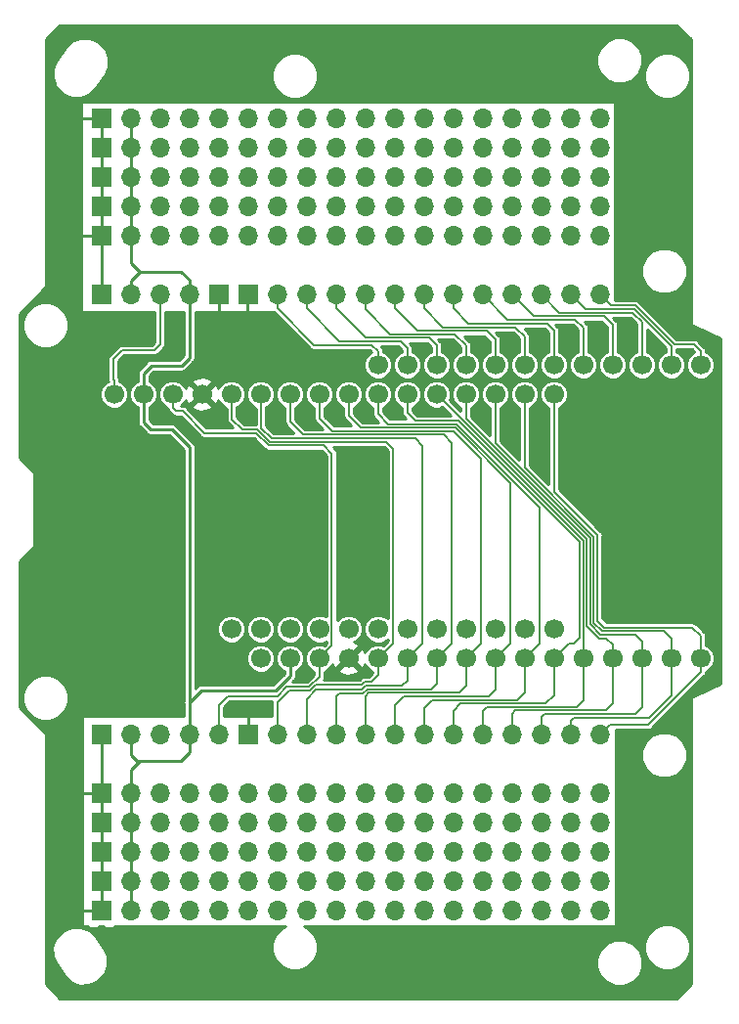
<source format=gbl>
G04 #@! TF.GenerationSoftware,KiCad,Pcbnew,(5.0.0-rc2-dev-444-g2974a2c10)*
G04 #@! TF.CreationDate,2019-11-08T21:54:56-08:00*
G04 #@! TF.ProjectId,Cricket_Feather_Flip,437269636B65745F466561746865725F,v01*
G04 #@! TF.SameCoordinates,Original*
G04 #@! TF.FileFunction,Copper,L2,Bot,Signal*
G04 #@! TF.FilePolarity,Positive*
%FSLAX46Y46*%
G04 Gerber Fmt 4.6, Leading zero omitted, Abs format (unit mm)*
G04 Created by KiCad (PCBNEW (5.0.0-rc2-dev-444-g2974a2c10)) date 11/08/19 21:54:56*
%MOMM*%
%LPD*%
G01*
G04 APERTURE LIST*
%ADD10C,1.700000*%
%ADD11O,1.700000X1.700000*%
%ADD12R,1.700000X1.700000*%
%ADD13C,0.685800*%
%ADD14C,0.152400*%
%ADD15C,0.254000*%
G04 APERTURE END LIST*
D10*
X105250000Y-100076000D03*
X107790000Y-100076000D03*
X110330000Y-100076000D03*
X112870000Y-100076000D03*
X115410000Y-100076000D03*
X117950000Y-100076000D03*
X120490000Y-100076000D03*
X123030000Y-100076000D03*
X125570000Y-100076000D03*
X128110000Y-100076000D03*
X130650000Y-100076000D03*
X133190000Y-100076000D03*
X135730000Y-100076000D03*
X138270000Y-100076000D03*
X140810000Y-100076000D03*
X143350000Y-100076000D03*
X115410000Y-74676000D03*
X117950000Y-74676000D03*
X120490000Y-74676000D03*
X123030000Y-74676000D03*
X125570000Y-74676000D03*
X128110000Y-74676000D03*
X130650000Y-74676000D03*
X133190000Y-74676000D03*
X135730000Y-74676000D03*
X138270000Y-74676000D03*
X140810000Y-74676000D03*
X143350000Y-74676000D03*
X130657600Y-97536000D03*
X128117600Y-97536000D03*
X125577600Y-97536000D03*
X123037600Y-97536000D03*
X120497600Y-97536000D03*
X117957600Y-97536000D03*
X115417600Y-97536000D03*
X112877600Y-97536000D03*
X110337600Y-97536000D03*
X107797600Y-97536000D03*
X105257600Y-97536000D03*
X102717600Y-97536000D03*
X130657600Y-77216000D03*
X128117600Y-77216000D03*
X125577600Y-77216000D03*
X123037600Y-77216000D03*
X120497600Y-77216000D03*
X117957600Y-77216000D03*
X115417600Y-77216000D03*
X112877600Y-77216000D03*
X110337600Y-77216000D03*
X107797600Y-77216000D03*
X105257600Y-77216000D03*
X102717600Y-77216000D03*
X100177600Y-77216000D03*
X97637600Y-77216000D03*
X95097600Y-77216000D03*
X92557600Y-77216000D03*
D11*
X134620000Y-121920000D03*
X132080000Y-121920000D03*
X129540000Y-121920000D03*
X127000000Y-121920000D03*
X124460000Y-121920000D03*
X121920000Y-121920000D03*
X119380000Y-121920000D03*
X116840000Y-121920000D03*
X114300000Y-121920000D03*
X111760000Y-121920000D03*
X109220000Y-121920000D03*
X106680000Y-121920000D03*
X104140000Y-121920000D03*
X101600000Y-121920000D03*
X99060000Y-121920000D03*
X96520000Y-121920000D03*
X93980000Y-121920000D03*
D12*
X91440000Y-121920000D03*
D11*
X134620000Y-119380000D03*
X132080000Y-119380000D03*
X129540000Y-119380000D03*
X127000000Y-119380000D03*
X124460000Y-119380000D03*
X121920000Y-119380000D03*
X119380000Y-119380000D03*
X116840000Y-119380000D03*
X114300000Y-119380000D03*
X111760000Y-119380000D03*
X109220000Y-119380000D03*
X106680000Y-119380000D03*
X104140000Y-119380000D03*
X101600000Y-119380000D03*
X99060000Y-119380000D03*
X96520000Y-119380000D03*
X93980000Y-119380000D03*
D12*
X91440000Y-119380000D03*
D11*
X134620000Y-116840000D03*
X132080000Y-116840000D03*
X129540000Y-116840000D03*
X127000000Y-116840000D03*
X124460000Y-116840000D03*
X121920000Y-116840000D03*
X119380000Y-116840000D03*
X116840000Y-116840000D03*
X114300000Y-116840000D03*
X111760000Y-116840000D03*
X109220000Y-116840000D03*
X106680000Y-116840000D03*
X104140000Y-116840000D03*
X101600000Y-116840000D03*
X99060000Y-116840000D03*
X96520000Y-116840000D03*
X93980000Y-116840000D03*
D12*
X91440000Y-116840000D03*
D11*
X134620000Y-114300000D03*
X132080000Y-114300000D03*
X129540000Y-114300000D03*
X127000000Y-114300000D03*
X124460000Y-114300000D03*
X121920000Y-114300000D03*
X119380000Y-114300000D03*
X116840000Y-114300000D03*
X114300000Y-114300000D03*
X111760000Y-114300000D03*
X109220000Y-114300000D03*
X106680000Y-114300000D03*
X104140000Y-114300000D03*
X101600000Y-114300000D03*
X99060000Y-114300000D03*
X96520000Y-114300000D03*
X93980000Y-114300000D03*
D12*
X91440000Y-114300000D03*
D11*
X134620000Y-111760000D03*
X132080000Y-111760000D03*
X129540000Y-111760000D03*
X127000000Y-111760000D03*
X124460000Y-111760000D03*
X121920000Y-111760000D03*
X119380000Y-111760000D03*
X116840000Y-111760000D03*
X114300000Y-111760000D03*
X111760000Y-111760000D03*
X109220000Y-111760000D03*
X106680000Y-111760000D03*
X104140000Y-111760000D03*
X101600000Y-111760000D03*
X99060000Y-111760000D03*
X96520000Y-111760000D03*
X93980000Y-111760000D03*
D12*
X91440000Y-111760000D03*
D11*
X134620000Y-63500000D03*
X132080000Y-63500000D03*
X129540000Y-63500000D03*
X127000000Y-63500000D03*
X124460000Y-63500000D03*
X121920000Y-63500000D03*
X119380000Y-63500000D03*
X116840000Y-63500000D03*
X114300000Y-63500000D03*
X111760000Y-63500000D03*
X109220000Y-63500000D03*
X106680000Y-63500000D03*
X104140000Y-63500000D03*
X101600000Y-63500000D03*
X99060000Y-63500000D03*
X96520000Y-63500000D03*
X93980000Y-63500000D03*
D12*
X91440000Y-63500000D03*
D11*
X134620000Y-60960000D03*
X132080000Y-60960000D03*
X129540000Y-60960000D03*
X127000000Y-60960000D03*
X124460000Y-60960000D03*
X121920000Y-60960000D03*
X119380000Y-60960000D03*
X116840000Y-60960000D03*
X114300000Y-60960000D03*
X111760000Y-60960000D03*
X109220000Y-60960000D03*
X106680000Y-60960000D03*
X104140000Y-60960000D03*
X101600000Y-60960000D03*
X99060000Y-60960000D03*
X96520000Y-60960000D03*
X93980000Y-60960000D03*
D12*
X91440000Y-60960000D03*
D11*
X134620000Y-58420000D03*
X132080000Y-58420000D03*
X129540000Y-58420000D03*
X127000000Y-58420000D03*
X124460000Y-58420000D03*
X121920000Y-58420000D03*
X119380000Y-58420000D03*
X116840000Y-58420000D03*
X114300000Y-58420000D03*
X111760000Y-58420000D03*
X109220000Y-58420000D03*
X106680000Y-58420000D03*
X104140000Y-58420000D03*
X101600000Y-58420000D03*
X99060000Y-58420000D03*
X96520000Y-58420000D03*
X93980000Y-58420000D03*
D12*
X91440000Y-58420000D03*
D11*
X134620000Y-106680000D03*
X132080000Y-106680000D03*
X129540000Y-106680000D03*
X127000000Y-106680000D03*
X124460000Y-106680000D03*
X121920000Y-106680000D03*
X119380000Y-106680000D03*
X116840000Y-106680000D03*
X114300000Y-106680000D03*
X111760000Y-106680000D03*
X109220000Y-106680000D03*
X106680000Y-106680000D03*
D12*
X104140000Y-106680000D03*
D11*
X101600000Y-106680000D03*
X99060000Y-106680000D03*
X96520000Y-106680000D03*
X93980000Y-106680000D03*
D12*
X91440000Y-106680000D03*
D11*
X134620000Y-68580000D03*
X132080000Y-68580000D03*
X129540000Y-68580000D03*
X127000000Y-68580000D03*
X124460000Y-68580000D03*
X121920000Y-68580000D03*
X119380000Y-68580000D03*
X116840000Y-68580000D03*
X114300000Y-68580000D03*
X111760000Y-68580000D03*
X109220000Y-68580000D03*
X106680000Y-68580000D03*
D12*
X104140000Y-68580000D03*
X101600000Y-68580000D03*
D11*
X99060000Y-68580000D03*
X96520000Y-68580000D03*
X93980000Y-68580000D03*
D12*
X91440000Y-68580000D03*
D11*
X134620000Y-55880000D03*
X132080000Y-55880000D03*
X129540000Y-55880000D03*
X127000000Y-55880000D03*
X124460000Y-55880000D03*
X121920000Y-55880000D03*
X119380000Y-55880000D03*
X116840000Y-55880000D03*
X114300000Y-55880000D03*
X111760000Y-55880000D03*
X109220000Y-55880000D03*
X106680000Y-55880000D03*
X104140000Y-55880000D03*
X101600000Y-55880000D03*
X99060000Y-55880000D03*
X96520000Y-55880000D03*
X93980000Y-55880000D03*
D12*
X91440000Y-55880000D03*
D11*
X134620000Y-53340000D03*
X132080000Y-53340000D03*
X129540000Y-53340000D03*
X127000000Y-53340000D03*
X124460000Y-53340000D03*
X121920000Y-53340000D03*
X119380000Y-53340000D03*
X116840000Y-53340000D03*
X114300000Y-53340000D03*
X111760000Y-53340000D03*
X109220000Y-53340000D03*
X106680000Y-53340000D03*
X104140000Y-53340000D03*
X101600000Y-53340000D03*
X99060000Y-53340000D03*
X96520000Y-53340000D03*
X93980000Y-53340000D03*
D12*
X91440000Y-53340000D03*
D13*
X142240000Y-94234000D03*
X86360000Y-91694000D03*
X86360000Y-82804000D03*
X139700000Y-63500000D03*
X87884000Y-63500000D03*
X139700000Y-53340000D03*
X87884000Y-53340000D03*
X139700000Y-121920000D03*
X87884000Y-121920000D03*
X139700000Y-111760000D03*
X87884000Y-111760000D03*
X104140000Y-104394000D03*
X104120000Y-70880000D03*
X101600000Y-70790000D03*
D14*
X140810000Y-73473919D02*
X140810000Y-74676000D01*
X140810000Y-73068934D02*
X140810000Y-73473919D01*
X137591067Y-69850001D02*
X140810000Y-73068934D01*
X133350000Y-69850000D02*
X137591067Y-69850001D01*
X132080000Y-68580000D02*
X133350000Y-69850000D01*
X143350000Y-73473919D02*
X143350000Y-74676000D01*
X142774081Y-72898000D02*
X143350000Y-73473919D01*
X141070132Y-72898000D02*
X142774081Y-72898000D01*
X137717324Y-69545192D02*
X141070132Y-72898000D01*
X135585191Y-69545191D02*
X137717324Y-69545192D01*
X134620000Y-68580000D02*
X135585191Y-69545191D01*
X121920000Y-106680000D02*
X121920000Y-104648000D01*
X121920000Y-104648000D02*
X122580428Y-103987572D01*
X130650000Y-103284000D02*
X130650000Y-100076000D01*
X122580428Y-103987572D02*
X129737149Y-103987572D01*
X129737149Y-103987572D02*
X129737151Y-103987570D01*
X129737151Y-103987570D02*
X129946430Y-103987570D01*
X129946430Y-103987570D02*
X130650000Y-103284000D01*
X117957600Y-78841600D02*
X117957600Y-77216000D01*
X118618000Y-79502000D02*
X117957600Y-78841600D01*
X131920000Y-98806000D02*
X132334000Y-98806000D01*
X132334000Y-98806000D02*
X132842000Y-98298000D01*
X132842000Y-98298000D02*
X132842000Y-89991466D01*
X130650000Y-100076000D02*
X131920000Y-98806000D01*
X132842000Y-89991466D02*
X122352534Y-79502000D01*
X122352534Y-79502000D02*
X118618000Y-79502000D01*
X133190000Y-89908400D02*
X120497600Y-77216000D01*
X133190000Y-100076000D02*
X133190000Y-89908400D01*
X133190000Y-103690380D02*
X133190000Y-100076000D01*
X124460000Y-104648000D02*
X124815618Y-104292382D01*
X124460000Y-106680000D02*
X124460000Y-104648000D01*
X124815618Y-104292382D02*
X129863405Y-104292382D01*
X129863405Y-104292382D02*
X129863407Y-104292380D01*
X129863407Y-104292380D02*
X132588000Y-104292380D01*
X132588000Y-104292380D02*
X133190000Y-103690380D01*
X92557600Y-76013919D02*
X92456000Y-75912319D01*
X92557600Y-77216000D02*
X92557600Y-76013919D01*
X92456000Y-75912319D02*
X92456000Y-74168000D01*
X92456000Y-74168000D02*
X93218000Y-73406000D01*
X96520000Y-72898000D02*
X96520000Y-68580000D01*
X93218000Y-73406000D02*
X96012000Y-73406000D01*
X96012000Y-73406000D02*
X96520000Y-72898000D01*
D15*
X93980000Y-106680000D02*
X93980000Y-108458000D01*
X93980000Y-108458000D02*
X94488000Y-108966000D01*
X99060000Y-108204000D02*
X99060000Y-106680000D01*
X98298000Y-108966000D02*
X99060000Y-108204000D01*
X93980000Y-67377919D02*
X94742000Y-66615919D01*
X93980000Y-68580000D02*
X93980000Y-67377919D01*
X94742000Y-66615919D02*
X98365919Y-66615919D01*
X99060000Y-67310000D02*
X99060000Y-68580000D01*
X98365919Y-66615919D02*
X99060000Y-67310000D01*
X93980000Y-65853919D02*
X93980000Y-63500000D01*
X94742000Y-66615919D02*
X93980000Y-65853919D01*
X93980000Y-63500000D02*
X93980000Y-60960000D01*
X93980000Y-60960000D02*
X93980000Y-58420000D01*
X93980000Y-58420000D02*
X93980000Y-55880000D01*
X93980000Y-55880000D02*
X93980000Y-53340000D01*
X93980000Y-120717919D02*
X93980000Y-119380000D01*
X93980000Y-121920000D02*
X93980000Y-120717919D01*
X93980000Y-118177919D02*
X93980000Y-116840000D01*
X93980000Y-119380000D02*
X93980000Y-118177919D01*
X93980000Y-116840000D02*
X93980000Y-114300000D01*
X93980000Y-113097919D02*
X93980000Y-111760000D01*
X93980000Y-114300000D02*
X93980000Y-113097919D01*
X93980000Y-109728000D02*
X94742000Y-108966000D01*
X93980000Y-111760000D02*
X93980000Y-109728000D01*
X94488000Y-108966000D02*
X94742000Y-108966000D01*
X94742000Y-108966000D02*
X98298000Y-108966000D01*
X107790000Y-101621408D02*
X107790000Y-100076000D01*
X106541408Y-102870000D02*
X107790000Y-101621408D01*
X100076000Y-102870000D02*
X106541408Y-102870000D01*
X99060000Y-103886000D02*
X100076000Y-102870000D01*
X99060000Y-106680000D02*
X99060000Y-103886000D01*
X95732600Y-80264000D02*
X95097600Y-79629000D01*
X97536000Y-80264000D02*
X95732600Y-80264000D01*
X99060000Y-81788000D02*
X97536000Y-80264000D01*
X99060000Y-103886000D02*
X99060000Y-81788000D01*
X95097600Y-77216000D02*
X95097600Y-79629000D01*
D14*
X115410000Y-101506000D02*
X115410000Y-100076000D01*
X114808000Y-102108000D02*
X115410000Y-101506000D01*
X114276802Y-102108000D02*
X114808000Y-102108000D01*
X106680000Y-106680000D02*
X106680000Y-103886000D01*
X107696000Y-102870000D02*
X109550934Y-102870000D01*
X106680000Y-103886000D02*
X107696000Y-102870000D01*
X109550934Y-102870000D02*
X110058934Y-102362000D01*
X110058934Y-102362000D02*
X114022802Y-102362000D01*
X114022802Y-102362000D02*
X114276802Y-102108000D01*
X116713000Y-98773000D02*
X115410000Y-100076000D01*
X116713000Y-81915000D02*
X116713000Y-98773000D01*
X116128860Y-81330860D02*
X116713000Y-81915000D01*
X102717600Y-78418081D02*
X102743000Y-78443481D01*
X102717600Y-77216000D02*
X102717600Y-78418081D01*
X106045794Y-81330860D02*
X104978934Y-80264000D01*
X116128860Y-81330860D02*
X106045794Y-81330860D01*
X103632000Y-80264000D02*
X102743000Y-79375000D01*
X104978934Y-80264000D02*
X103632000Y-80264000D01*
X102743000Y-78443481D02*
X102743000Y-79375000D01*
X135730000Y-103995190D02*
X135730000Y-100076000D01*
X135128000Y-104597190D02*
X135730000Y-103995190D01*
X127304809Y-104597191D02*
X135128000Y-104597190D01*
X127000000Y-106680000D02*
X127000000Y-104902000D01*
X127000000Y-104902000D02*
X127304809Y-104597191D01*
X133494808Y-97272940D02*
X133494809Y-89782143D01*
X135730000Y-98873919D02*
X135662081Y-98806000D01*
X135730000Y-100076000D02*
X135730000Y-98873919D01*
X135204890Y-98348809D02*
X134570676Y-98348808D01*
X134570676Y-98348808D02*
X133494808Y-97272940D01*
X135730000Y-98873919D02*
X135204890Y-98348809D01*
X133494809Y-89782143D02*
X123037600Y-79324934D01*
X123037600Y-79324934D02*
X123037600Y-77216000D01*
X117950000Y-73246000D02*
X117950000Y-74676000D01*
X117348050Y-72644050D02*
X117950000Y-73246000D01*
X112081969Y-72644050D02*
X117348050Y-72644050D01*
X109220000Y-68580000D02*
X109220000Y-69782081D01*
X109220000Y-69782081D02*
X112081969Y-72644050D01*
X138270000Y-70960000D02*
X138270000Y-74676000D01*
X137464810Y-70154810D02*
X138270000Y-70960000D01*
X129540000Y-68580000D02*
X131114810Y-70154810D01*
X131114810Y-70154810D02*
X137464810Y-70154810D01*
X128879619Y-70459619D02*
X134975619Y-70459619D01*
X127000000Y-68580000D02*
X128879619Y-70459619D01*
X135730000Y-71214000D02*
X135730000Y-74676000D01*
X134975619Y-70459619D02*
X135730000Y-71214000D01*
X126644429Y-70764429D02*
X124460000Y-68580000D01*
X132486429Y-70764429D02*
X126644429Y-70764429D01*
X133190000Y-71468000D02*
X132486429Y-70764429D01*
X133190000Y-74676000D02*
X133190000Y-71468000D01*
X121920000Y-69782081D02*
X123257919Y-71120000D01*
X121920000Y-68580000D02*
X121920000Y-69782081D01*
X123257919Y-71120000D02*
X130048000Y-71120000D01*
X130650000Y-71722000D02*
X130650000Y-74676000D01*
X130048000Y-71120000D02*
X130650000Y-71722000D01*
X128110000Y-72230000D02*
X128110000Y-74676000D01*
X127304810Y-71424810D02*
X128110000Y-72230000D01*
X121022729Y-71424810D02*
X127304810Y-71424810D01*
X119380000Y-68580000D02*
X119380000Y-69782081D01*
X119380000Y-69782081D02*
X121022729Y-71424810D01*
X125570000Y-72484000D02*
X125570000Y-74676000D01*
X124815620Y-71729620D02*
X125570000Y-72484000D01*
X118787539Y-71729620D02*
X124815620Y-71729620D01*
X116840000Y-68580000D02*
X116840000Y-69782081D01*
X116840000Y-69782081D02*
X118787539Y-71729620D01*
X114300000Y-68580000D02*
X114300000Y-69850000D01*
X116484430Y-72034430D02*
X122072430Y-72034430D01*
X114300000Y-69850000D02*
X116484430Y-72034430D01*
X123030000Y-72992000D02*
X123030000Y-74676000D01*
X122072430Y-72034430D02*
X123030000Y-72992000D01*
X120490000Y-72992000D02*
X120490000Y-74676000D01*
X119837240Y-72339240D02*
X120490000Y-72992000D01*
X114317159Y-72339240D02*
X119837240Y-72339240D01*
X111760000Y-68580000D02*
X111760000Y-69782081D01*
X111760000Y-69782081D02*
X114317159Y-72339240D01*
X115410000Y-73473919D02*
X115410000Y-74676000D01*
X114884941Y-72948860D02*
X115410000Y-73473919D01*
X109846779Y-72948860D02*
X114884941Y-72948860D01*
X106680000Y-69782081D02*
X109846779Y-72948860D01*
X106680000Y-68580000D02*
X106680000Y-69782081D01*
X135469999Y-105830001D02*
X134620000Y-106680000D01*
X138798080Y-105830001D02*
X135469999Y-105830001D01*
X143350000Y-101278081D02*
X138798080Y-105830001D01*
X143350000Y-100076000D02*
X143350000Y-101278081D01*
X143350000Y-98138000D02*
X143350000Y-100076000D01*
X130657600Y-85651736D02*
X134409237Y-89403373D01*
X130657600Y-77216000D02*
X130657600Y-85651736D01*
X134409237Y-89403373D02*
X134409238Y-96817238D01*
X135026380Y-97434380D02*
X142646380Y-97434380D01*
X134409238Y-96817238D02*
X135026380Y-97434380D01*
X142646380Y-97434380D02*
X143350000Y-98138000D01*
X132080000Y-105477919D02*
X132334000Y-105223919D01*
X132080000Y-106680000D02*
X132080000Y-105477919D01*
X132334000Y-105223919D02*
X138870081Y-105223919D01*
X140810000Y-103284000D02*
X140810000Y-100076000D01*
X138870081Y-105223919D02*
X140810000Y-103284000D01*
X140810000Y-98392000D02*
X140810000Y-100076000D01*
X128117600Y-83542802D02*
X134104428Y-89529630D01*
X128117600Y-77216000D02*
X128117600Y-83542802D01*
X134104428Y-89529630D02*
X134104428Y-97020428D01*
X134104428Y-97020428D02*
X134823190Y-97739190D01*
X134823190Y-97739190D02*
X140157190Y-97739190D01*
X140157190Y-97739190D02*
X140810000Y-98392000D01*
X138270000Y-104300000D02*
X138270000Y-100076000D01*
X137668000Y-104902000D02*
X138270000Y-104300000D01*
X129794000Y-104902000D02*
X137668000Y-104902000D01*
X129540000Y-105156000D02*
X129794000Y-104902000D01*
X129540000Y-106680000D02*
X129540000Y-105156000D01*
X138270000Y-98646000D02*
X138270000Y-100076000D01*
X125577600Y-81433868D02*
X133799618Y-89655886D01*
X125577600Y-77216000D02*
X125577600Y-81433868D01*
X133799618Y-89655886D02*
X133799618Y-97146684D01*
X133799618Y-97146684D02*
X134696933Y-98043999D01*
X134696933Y-98043999D02*
X137668000Y-98044000D01*
X137668000Y-98044000D02*
X138270000Y-98646000D01*
X128110000Y-103030000D02*
X128110000Y-100076000D01*
X127457238Y-103682762D02*
X128110000Y-103030000D01*
X120091238Y-103682762D02*
X127457238Y-103682762D01*
X119380000Y-106680000D02*
X119380000Y-104394000D01*
X119380000Y-104394000D02*
X120091238Y-103682762D01*
X129413000Y-98773000D02*
X128110000Y-100076000D01*
X129413000Y-86993532D02*
X129413000Y-98773000D01*
X122226278Y-79806810D02*
X129413000Y-86993532D01*
X116281190Y-79806810D02*
X122226278Y-79806810D01*
X115417600Y-77216000D02*
X115417600Y-78943220D01*
X115417600Y-78943220D02*
X116281190Y-79806810D01*
X125570000Y-102776000D02*
X125570000Y-100076000D01*
X124968048Y-103377952D02*
X125570000Y-102776000D01*
X117602048Y-103377952D02*
X124968048Y-103377952D01*
X116840000Y-106680000D02*
X116840000Y-104140000D01*
X116840000Y-104140000D02*
X117602048Y-103377952D01*
X112877600Y-77216000D02*
X112877600Y-79095600D01*
X113893620Y-80111620D02*
X122100022Y-80111620D01*
X112877600Y-79095600D02*
X113893620Y-80111620D01*
X122100022Y-80111620D02*
X126873000Y-84884598D01*
X126873000Y-98773000D02*
X125570000Y-100076000D01*
X126873000Y-84884598D02*
X126873000Y-98773000D01*
X123030000Y-102471142D02*
X123030000Y-100076000D01*
X122428000Y-103073142D02*
X123030000Y-102471142D01*
X122428000Y-103073142D02*
X114604858Y-103073142D01*
X114300000Y-103378000D02*
X114300000Y-106680000D01*
X114604858Y-103073142D02*
X114300000Y-103378000D01*
X124206000Y-98900000D02*
X123030000Y-100076000D01*
X110337600Y-79324934D02*
X111429096Y-80416430D01*
X111429096Y-80416430D02*
X121945430Y-80416430D01*
X121945430Y-80416430D02*
X124333000Y-82804000D01*
X124333000Y-82804000D02*
X124333000Y-98773000D01*
X110337600Y-77216000D02*
X110337600Y-79324934D01*
X124333000Y-98773000D02*
X124206000Y-98900000D01*
X120490000Y-102268000D02*
X120490000Y-100076000D01*
X111760000Y-106680000D02*
X111760000Y-103378000D01*
X111760000Y-103378000D02*
X112014000Y-103124000D01*
X112014000Y-103124000D02*
X114122934Y-103124000D01*
X114122934Y-103124000D02*
X114478602Y-102768332D01*
X114478602Y-102768332D02*
X119989668Y-102768332D01*
X119989668Y-102768332D02*
X120490000Y-102268000D01*
X107797600Y-77216000D02*
X107797600Y-79603600D01*
X108915239Y-80721239D02*
X111302840Y-80721240D01*
X107797600Y-79603600D02*
X108915239Y-80721239D01*
X111302840Y-80721240D02*
X121107240Y-80721240D01*
X121107240Y-80721240D02*
X121793000Y-81407000D01*
X121793000Y-98773000D02*
X120490000Y-100076000D01*
X121793000Y-81407000D02*
X121793000Y-98773000D01*
X109220000Y-103632000D02*
X110032809Y-102819191D01*
X117950000Y-102014000D02*
X117950000Y-100076000D01*
X109220000Y-106680000D02*
X109220000Y-103632000D01*
X110032809Y-102819191D02*
X113996678Y-102819190D01*
X113996678Y-102819190D02*
X114352346Y-102463522D01*
X114352346Y-102463522D02*
X117500478Y-102463522D01*
X117500478Y-102463522D02*
X117950000Y-102014000D01*
X119253000Y-98773000D02*
X117950000Y-100076000D01*
X119253000Y-81661000D02*
X119253000Y-98773000D01*
X118618050Y-81026050D02*
X119253000Y-81661000D01*
X111176584Y-81026050D02*
X118618050Y-81026050D01*
X105257600Y-78418081D02*
X105283000Y-78443481D01*
X105257600Y-77216000D02*
X105257600Y-78418081D01*
X105283000Y-78443481D02*
X105283000Y-80137000D01*
X105283000Y-80137000D02*
X106172048Y-81026048D01*
X106172048Y-81026048D02*
X111176582Y-81026048D01*
X111176582Y-81026048D02*
X111176584Y-81026050D01*
X110330000Y-101278081D02*
X110330000Y-100076000D01*
X110330000Y-101659868D02*
X110330000Y-101278081D01*
X101600000Y-106680000D02*
X101600000Y-104140000D01*
X101600000Y-104140000D02*
X102362000Y-103378000D01*
X102362000Y-103378000D02*
X106680000Y-103378000D01*
X106680000Y-103378000D02*
X107492810Y-102565190D01*
X107492810Y-102565190D02*
X109424678Y-102565190D01*
X109424678Y-102565190D02*
X110330000Y-101659868D01*
X97895118Y-78675599D02*
X97637600Y-78418081D01*
X97637600Y-78418081D02*
X97637600Y-77216000D01*
X98487599Y-78675599D02*
X97895118Y-78675599D01*
X100380810Y-80568810D02*
X98487599Y-78675599D01*
X110330000Y-100076000D02*
X111416201Y-98989799D01*
X111416201Y-98989799D02*
X111416201Y-82333201D01*
X111416201Y-82333201D02*
X110718670Y-81635670D01*
X110718670Y-81635670D02*
X105919537Y-81635669D01*
X105919537Y-81635669D02*
X104852678Y-80568810D01*
X104852678Y-80568810D02*
X100380810Y-80568810D01*
D15*
X91440000Y-120816000D02*
X91440000Y-119380000D01*
X91440000Y-121920000D02*
X91440000Y-120816000D01*
X91440000Y-119380000D02*
X91440000Y-116840000D01*
X91440000Y-115736000D02*
X91440000Y-114300000D01*
X91440000Y-116840000D02*
X91440000Y-115736000D01*
X91440000Y-113196000D02*
X91440000Y-111760000D01*
X91440000Y-114300000D02*
X91440000Y-113196000D01*
X91440000Y-110656000D02*
X91440000Y-106680000D01*
X91440000Y-111760000D02*
X91440000Y-110656000D01*
X91440000Y-111760000D02*
X87884000Y-111760000D01*
X90336000Y-121920000D02*
X87884000Y-121920000D01*
X91440000Y-121920000D02*
X90336000Y-121920000D01*
X91440000Y-67476000D02*
X91440000Y-63500000D01*
X91440000Y-68580000D02*
X91440000Y-67476000D01*
X91440000Y-62396000D02*
X91440000Y-60960000D01*
X91440000Y-63500000D02*
X91440000Y-62396000D01*
X91440000Y-59856000D02*
X91440000Y-58420000D01*
X91440000Y-60960000D02*
X91440000Y-59856000D01*
X91440000Y-58420000D02*
X91440000Y-55880000D01*
X91440000Y-54776000D02*
X91440000Y-53340000D01*
X91440000Y-55880000D02*
X91440000Y-54776000D01*
X91440000Y-53340000D02*
X87884000Y-53340000D01*
X90336000Y-63500000D02*
X87884000Y-63500000D01*
X91440000Y-63500000D02*
X90336000Y-63500000D01*
X101027599Y-76366001D02*
X101052999Y-76366001D01*
X100177600Y-77216000D02*
X101027599Y-76366001D01*
X104140000Y-71247000D02*
X104140000Y-70762067D01*
X104140000Y-106680000D02*
X104140000Y-104394000D01*
X101600000Y-70790000D02*
X101600000Y-68580000D01*
X104120000Y-68600000D02*
X104140000Y-68580000D01*
X104120000Y-70880000D02*
X104120000Y-68600000D01*
X99060000Y-74060000D02*
X99060000Y-68580000D01*
X95097600Y-77216000D02*
X95097600Y-76013919D01*
X95097600Y-76013919D02*
X95090000Y-76006319D01*
X95090000Y-76006319D02*
X95090000Y-75420000D01*
X95090000Y-75420000D02*
X95780000Y-74730000D01*
X95780000Y-74730000D02*
X98390000Y-74730000D01*
X98390000Y-74730000D02*
X99060000Y-74060000D01*
G36*
X142494000Y-46490423D02*
X142494000Y-71075817D01*
X142503667Y-71124418D01*
X142531197Y-71165620D01*
X142564204Y-71189409D01*
X145034000Y-72424307D01*
X145034000Y-102239327D01*
X142564204Y-103474225D01*
X142525057Y-103504606D01*
X142500517Y-103547656D01*
X142494000Y-103587817D01*
X142494000Y-128300211D01*
X141298394Y-129495817D01*
X87809606Y-129495817D01*
X86614000Y-128300211D01*
X86614000Y-125038024D01*
X87193499Y-125038024D01*
X87211559Y-125865699D01*
X87460817Y-126432184D01*
X88326872Y-127669039D01*
X88773941Y-128097015D01*
X89545525Y-128397068D01*
X90373201Y-128379009D01*
X91130963Y-128045586D01*
X91703448Y-127447560D01*
X92003501Y-126675976D01*
X91985442Y-125848300D01*
X91736183Y-125281817D01*
X90870128Y-124044961D01*
X90423059Y-123616985D01*
X89651475Y-123316932D01*
X88823800Y-123334992D01*
X88066038Y-123668415D01*
X87493552Y-124266440D01*
X87193499Y-125038024D01*
X86614000Y-125038024D01*
X86614000Y-106635817D01*
X86604333Y-106587216D01*
X86576803Y-106546014D01*
X84328000Y-104297211D01*
X84328000Y-103110955D01*
X84633000Y-103110955D01*
X84633000Y-103899045D01*
X84934589Y-104627146D01*
X85491854Y-105184411D01*
X86219955Y-105486000D01*
X87008045Y-105486000D01*
X87736146Y-105184411D01*
X88293411Y-104627146D01*
X88595000Y-103899045D01*
X88595000Y-103110955D01*
X88293411Y-102382854D01*
X87736146Y-101825589D01*
X87008045Y-101524000D01*
X86219955Y-101524000D01*
X85491854Y-101825589D01*
X84934589Y-102382854D01*
X84633000Y-103110955D01*
X84328000Y-103110955D01*
X84328000Y-91702423D01*
X85560803Y-90469620D01*
X85588333Y-90428418D01*
X85598000Y-90379817D01*
X85598000Y-84029817D01*
X85588333Y-83981216D01*
X85560803Y-83940014D01*
X84328000Y-82707211D01*
X84328000Y-70852955D01*
X84633000Y-70852955D01*
X84633000Y-71641045D01*
X84934589Y-72369146D01*
X85491854Y-72926411D01*
X86219955Y-73228000D01*
X87008045Y-73228000D01*
X87736146Y-72926411D01*
X88293411Y-72369146D01*
X88595000Y-71641045D01*
X88595000Y-70852955D01*
X88293411Y-70124854D01*
X87736146Y-69567589D01*
X87008045Y-69266000D01*
X86219955Y-69266000D01*
X85491854Y-69567589D01*
X84934589Y-70124854D01*
X84633000Y-70852955D01*
X84328000Y-70852955D01*
X84328000Y-70239423D01*
X86576803Y-67990620D01*
X86604333Y-67949418D01*
X86614000Y-67900817D01*
X86614000Y-51993165D01*
X89703893Y-51993165D01*
X89703893Y-69977000D01*
X89713560Y-70025601D01*
X89741090Y-70066803D01*
X89782292Y-70094333D01*
X89830893Y-70104000D01*
X96062801Y-70104000D01*
X96062800Y-72708622D01*
X95822622Y-72948800D01*
X93263030Y-72948800D01*
X93218000Y-72939843D01*
X93172970Y-72948800D01*
X93039609Y-72975327D01*
X92888377Y-73076377D01*
X92862870Y-73114551D01*
X92164552Y-73812870D01*
X92126378Y-73838377D01*
X92100871Y-73876551D01*
X92100870Y-73876552D01*
X92025327Y-73989610D01*
X91989843Y-74168000D01*
X91998801Y-74213035D01*
X91998800Y-75867289D01*
X91989843Y-75912319D01*
X92004300Y-75985000D01*
X92025327Y-76090709D01*
X92032308Y-76101158D01*
X91860294Y-76172408D01*
X91514008Y-76518694D01*
X91326600Y-76971139D01*
X91326600Y-77460861D01*
X91514008Y-77913306D01*
X91860294Y-78259592D01*
X92312739Y-78447000D01*
X92802461Y-78447000D01*
X93254906Y-78259592D01*
X93601192Y-77913306D01*
X93788600Y-77460861D01*
X93788600Y-76971139D01*
X93601192Y-76518694D01*
X93254906Y-76172408D01*
X93014800Y-76072953D01*
X93014800Y-76058948D01*
X93023757Y-76013918D01*
X92988273Y-75835529D01*
X92988273Y-75835528D01*
X92913200Y-75723173D01*
X92913200Y-74357378D01*
X93407379Y-73863200D01*
X95966970Y-73863200D01*
X96012000Y-73872157D01*
X96057030Y-73863200D01*
X96190391Y-73836673D01*
X96341623Y-73735623D01*
X96367132Y-73697446D01*
X96811446Y-73253132D01*
X96849623Y-73227623D01*
X96950673Y-73076391D01*
X96977200Y-72943030D01*
X96977200Y-72943026D01*
X96986156Y-72898001D01*
X96977200Y-72852976D01*
X96977200Y-70104000D01*
X98552001Y-70104000D01*
X98552000Y-73849579D01*
X98179580Y-74222000D01*
X95830027Y-74222000D01*
X95779999Y-74212049D01*
X95729971Y-74222000D01*
X95729968Y-74222000D01*
X95581788Y-74251475D01*
X95413753Y-74363753D01*
X95385412Y-74406168D01*
X94766166Y-75025414D01*
X94723754Y-75053753D01*
X94695415Y-75096165D01*
X94695412Y-75096168D01*
X94611475Y-75221789D01*
X94572049Y-75420000D01*
X94582001Y-75470032D01*
X94582000Y-75956290D01*
X94572049Y-76006319D01*
X94582000Y-76056347D01*
X94582000Y-76056350D01*
X94589497Y-76094038D01*
X94400294Y-76172408D01*
X94054008Y-76518694D01*
X93866600Y-76971139D01*
X93866600Y-77460861D01*
X94054008Y-77913306D01*
X94400294Y-78259592D01*
X94589600Y-78338005D01*
X94589601Y-79578967D01*
X94579649Y-79629000D01*
X94619075Y-79827211D01*
X94703012Y-79952832D01*
X94703015Y-79952835D01*
X94731354Y-79995247D01*
X94773766Y-80023586D01*
X95338014Y-80587835D01*
X95366353Y-80630247D01*
X95408765Y-80658586D01*
X95408767Y-80658588D01*
X95462773Y-80694673D01*
X95534388Y-80742525D01*
X95682568Y-80772000D01*
X95682572Y-80772000D01*
X95732600Y-80781951D01*
X95782628Y-80772000D01*
X97325580Y-80772000D01*
X98552001Y-81998421D01*
X98552000Y-103835972D01*
X98542049Y-103886000D01*
X98552000Y-103936028D01*
X98552000Y-103936031D01*
X98552001Y-103936036D01*
X98552001Y-105029000D01*
X89916000Y-105029000D01*
X89867399Y-105038667D01*
X89826197Y-105066197D01*
X89798667Y-105107399D01*
X89789000Y-105156000D01*
X89789000Y-123139835D01*
X89798667Y-123188436D01*
X89826197Y-123229638D01*
X89867399Y-123257168D01*
X89916000Y-123266835D01*
X90188809Y-123266835D01*
X90230301Y-123308327D01*
X90463690Y-123405000D01*
X91154250Y-123405000D01*
X91292415Y-123266835D01*
X91587585Y-123266835D01*
X91725750Y-123405000D01*
X92416310Y-123405000D01*
X92649699Y-123308327D01*
X92691191Y-123266835D01*
X107440978Y-123266835D01*
X107081854Y-123415589D01*
X106524589Y-123972854D01*
X106223000Y-124700955D01*
X106223000Y-125489045D01*
X106524589Y-126217146D01*
X107081854Y-126774411D01*
X107809955Y-127076000D01*
X108598045Y-127076000D01*
X109326146Y-126774411D01*
X109883411Y-126217146D01*
X109959084Y-126034455D01*
X134353500Y-126034455D01*
X134353500Y-126822545D01*
X134655089Y-127550646D01*
X135212354Y-128107911D01*
X135940455Y-128409500D01*
X136728545Y-128409500D01*
X137456646Y-128107911D01*
X138013911Y-127550646D01*
X138315500Y-126822545D01*
X138315500Y-126034455D01*
X138013911Y-125306354D01*
X137456646Y-124749089D01*
X137340441Y-124700955D01*
X138481000Y-124700955D01*
X138481000Y-125489045D01*
X138782589Y-126217146D01*
X139339854Y-126774411D01*
X140067955Y-127076000D01*
X140856045Y-127076000D01*
X141584146Y-126774411D01*
X142141411Y-126217146D01*
X142443000Y-125489045D01*
X142443000Y-124700955D01*
X142141411Y-123972854D01*
X141584146Y-123415589D01*
X140856045Y-123114000D01*
X140067955Y-123114000D01*
X139339854Y-123415589D01*
X138782589Y-123972854D01*
X138481000Y-124700955D01*
X137340441Y-124700955D01*
X136728545Y-124447500D01*
X135940455Y-124447500D01*
X135212354Y-124749089D01*
X134655089Y-125306354D01*
X134353500Y-126034455D01*
X109959084Y-126034455D01*
X110185000Y-125489045D01*
X110185000Y-124700955D01*
X109883411Y-123972854D01*
X109326146Y-123415589D01*
X108967022Y-123266835D01*
X135890000Y-123266835D01*
X135938601Y-123257168D01*
X135979803Y-123229638D01*
X136007333Y-123188436D01*
X136017000Y-123139835D01*
X136017000Y-108063955D01*
X138227000Y-108063955D01*
X138227000Y-108852045D01*
X138528589Y-109580146D01*
X139085854Y-110137411D01*
X139813955Y-110439000D01*
X140602045Y-110439000D01*
X141330146Y-110137411D01*
X141887411Y-109580146D01*
X142189000Y-108852045D01*
X142189000Y-108063955D01*
X141887411Y-107335854D01*
X141330146Y-106778589D01*
X140602045Y-106477000D01*
X139813955Y-106477000D01*
X139085854Y-106778589D01*
X138528589Y-107335854D01*
X138227000Y-108063955D01*
X136017000Y-108063955D01*
X136017000Y-106287201D01*
X138753050Y-106287201D01*
X138798080Y-106296158D01*
X138843110Y-106287201D01*
X138976471Y-106260674D01*
X139127703Y-106159624D01*
X139153212Y-106121447D01*
X143641449Y-101633211D01*
X143679623Y-101607704D01*
X143780673Y-101456472D01*
X143807200Y-101323111D01*
X143807200Y-101323110D01*
X143816157Y-101278081D01*
X143807200Y-101233051D01*
X143807200Y-101219047D01*
X144047306Y-101119592D01*
X144393592Y-100773306D01*
X144581000Y-100320861D01*
X144581000Y-99831139D01*
X144393592Y-99378694D01*
X144047306Y-99032408D01*
X143807200Y-98932953D01*
X143807200Y-98183030D01*
X143816157Y-98138000D01*
X143780673Y-97959609D01*
X143741202Y-97900537D01*
X143679623Y-97808377D01*
X143641449Y-97782870D01*
X143001512Y-97142934D01*
X142976003Y-97104757D01*
X142824771Y-97003707D01*
X142691410Y-96977180D01*
X142646380Y-96968223D01*
X142601350Y-96977180D01*
X135215758Y-96977180D01*
X134866438Y-96627860D01*
X134866436Y-89448408D01*
X134875394Y-89403373D01*
X134839910Y-89224982D01*
X134764367Y-89111924D01*
X134764364Y-89111921D01*
X134738859Y-89073750D01*
X134700688Y-89048245D01*
X131114800Y-85462358D01*
X131114800Y-78359047D01*
X131354906Y-78259592D01*
X131701192Y-77913306D01*
X131888600Y-77460861D01*
X131888600Y-76971139D01*
X131701192Y-76518694D01*
X131354906Y-76172408D01*
X130902461Y-75985000D01*
X130412739Y-75985000D01*
X129960294Y-76172408D01*
X129614008Y-76518694D01*
X129426600Y-76971139D01*
X129426600Y-77460861D01*
X129614008Y-77913306D01*
X129960294Y-78259592D01*
X130200400Y-78359047D01*
X130200401Y-84979025D01*
X128574800Y-83353424D01*
X128574800Y-78359047D01*
X128814906Y-78259592D01*
X129161192Y-77913306D01*
X129348600Y-77460861D01*
X129348600Y-76971139D01*
X129161192Y-76518694D01*
X128814906Y-76172408D01*
X128362461Y-75985000D01*
X127872739Y-75985000D01*
X127420294Y-76172408D01*
X127074008Y-76518694D01*
X126886600Y-76971139D01*
X126886600Y-77460861D01*
X127074008Y-77913306D01*
X127420294Y-78259592D01*
X127660400Y-78359047D01*
X127660401Y-82870091D01*
X126034800Y-81244490D01*
X126034800Y-78359047D01*
X126274906Y-78259592D01*
X126621192Y-77913306D01*
X126808600Y-77460861D01*
X126808600Y-76971139D01*
X126621192Y-76518694D01*
X126274906Y-76172408D01*
X125822461Y-75985000D01*
X125332739Y-75985000D01*
X124880294Y-76172408D01*
X124534008Y-76518694D01*
X124346600Y-76971139D01*
X124346600Y-77460861D01*
X124534008Y-77913306D01*
X124880294Y-78259592D01*
X125120400Y-78359047D01*
X125120401Y-80761157D01*
X123494800Y-79135556D01*
X123494800Y-78359047D01*
X123734906Y-78259592D01*
X124081192Y-77913306D01*
X124268600Y-77460861D01*
X124268600Y-76971139D01*
X124081192Y-76518694D01*
X123734906Y-76172408D01*
X123282461Y-75985000D01*
X122792739Y-75985000D01*
X122340294Y-76172408D01*
X121994008Y-76518694D01*
X121806600Y-76971139D01*
X121806600Y-77460861D01*
X121994008Y-77913306D01*
X122340294Y-78259592D01*
X122580400Y-78359047D01*
X122580400Y-78652222D01*
X121629145Y-77700967D01*
X121728600Y-77460861D01*
X121728600Y-76971139D01*
X121541192Y-76518694D01*
X121194906Y-76172408D01*
X120742461Y-75985000D01*
X120252739Y-75985000D01*
X119800294Y-76172408D01*
X119454008Y-76518694D01*
X119266600Y-76971139D01*
X119266600Y-77460861D01*
X119454008Y-77913306D01*
X119800294Y-78259592D01*
X120252739Y-78447000D01*
X120742461Y-78447000D01*
X120982567Y-78347545D01*
X121679822Y-79044800D01*
X118807378Y-79044800D01*
X118414800Y-78652222D01*
X118414800Y-78359047D01*
X118654906Y-78259592D01*
X119001192Y-77913306D01*
X119188600Y-77460861D01*
X119188600Y-76971139D01*
X119001192Y-76518694D01*
X118654906Y-76172408D01*
X118202461Y-75985000D01*
X117712739Y-75985000D01*
X117260294Y-76172408D01*
X116914008Y-76518694D01*
X116726600Y-76971139D01*
X116726600Y-77460861D01*
X116914008Y-77913306D01*
X117260294Y-78259592D01*
X117500400Y-78359047D01*
X117500400Y-78796570D01*
X117491443Y-78841600D01*
X117511877Y-78944327D01*
X117526927Y-79019990D01*
X117627977Y-79171223D01*
X117666154Y-79196732D01*
X117819032Y-79349610D01*
X116470568Y-79349610D01*
X115874800Y-78753842D01*
X115874800Y-78359047D01*
X116114906Y-78259592D01*
X116461192Y-77913306D01*
X116648600Y-77460861D01*
X116648600Y-76971139D01*
X116461192Y-76518694D01*
X116114906Y-76172408D01*
X115662461Y-75985000D01*
X115172739Y-75985000D01*
X114720294Y-76172408D01*
X114374008Y-76518694D01*
X114186600Y-76971139D01*
X114186600Y-77460861D01*
X114374008Y-77913306D01*
X114720294Y-78259592D01*
X114960401Y-78359047D01*
X114960401Y-78898185D01*
X114951443Y-78943220D01*
X114986927Y-79121610D01*
X115046356Y-79210552D01*
X115087978Y-79272843D01*
X115126152Y-79298350D01*
X115482222Y-79654420D01*
X114082999Y-79654420D01*
X113334800Y-78906222D01*
X113334800Y-78359047D01*
X113574906Y-78259592D01*
X113921192Y-77913306D01*
X114108600Y-77460861D01*
X114108600Y-76971139D01*
X113921192Y-76518694D01*
X113574906Y-76172408D01*
X113122461Y-75985000D01*
X112632739Y-75985000D01*
X112180294Y-76172408D01*
X111834008Y-76518694D01*
X111646600Y-76971139D01*
X111646600Y-77460861D01*
X111834008Y-77913306D01*
X112180294Y-78259592D01*
X112420401Y-78359047D01*
X112420401Y-79050565D01*
X112411443Y-79095600D01*
X112446927Y-79273990D01*
X112522470Y-79387048D01*
X112547978Y-79425223D01*
X112586152Y-79450730D01*
X113094651Y-79959230D01*
X111618474Y-79959230D01*
X110794800Y-79135556D01*
X110794800Y-78359047D01*
X111034906Y-78259592D01*
X111381192Y-77913306D01*
X111568600Y-77460861D01*
X111568600Y-76971139D01*
X111381192Y-76518694D01*
X111034906Y-76172408D01*
X110582461Y-75985000D01*
X110092739Y-75985000D01*
X109640294Y-76172408D01*
X109294008Y-76518694D01*
X109106600Y-76971139D01*
X109106600Y-77460861D01*
X109294008Y-77913306D01*
X109640294Y-78259592D01*
X109880401Y-78359047D01*
X109880401Y-79279899D01*
X109871443Y-79324934D01*
X109906927Y-79503324D01*
X109982470Y-79616382D01*
X110007978Y-79654557D01*
X110046152Y-79680064D01*
X110630128Y-80264040D01*
X109104618Y-80264039D01*
X108254800Y-79414222D01*
X108254800Y-78359047D01*
X108494906Y-78259592D01*
X108841192Y-77913306D01*
X109028600Y-77460861D01*
X109028600Y-76971139D01*
X108841192Y-76518694D01*
X108494906Y-76172408D01*
X108042461Y-75985000D01*
X107552739Y-75985000D01*
X107100294Y-76172408D01*
X106754008Y-76518694D01*
X106566600Y-76971139D01*
X106566600Y-77460861D01*
X106754008Y-77913306D01*
X107100294Y-78259592D01*
X107340400Y-78359047D01*
X107340401Y-79558565D01*
X107331443Y-79603600D01*
X107366927Y-79781990D01*
X107406461Y-79841157D01*
X107467978Y-79933223D01*
X107506152Y-79958730D01*
X108116269Y-80568848D01*
X106361427Y-80568848D01*
X105740200Y-79947622D01*
X105740200Y-78488510D01*
X105749157Y-78443480D01*
X105731025Y-78352326D01*
X105954906Y-78259592D01*
X106301192Y-77913306D01*
X106488600Y-77460861D01*
X106488600Y-76971139D01*
X106301192Y-76518694D01*
X105954906Y-76172408D01*
X105502461Y-75985000D01*
X105012739Y-75985000D01*
X104560294Y-76172408D01*
X104214008Y-76518694D01*
X104026600Y-76971139D01*
X104026600Y-77460861D01*
X104214008Y-77913306D01*
X104560294Y-78259592D01*
X104800401Y-78359047D01*
X104800401Y-78373046D01*
X104791443Y-78418081D01*
X104825800Y-78590806D01*
X104825801Y-79806800D01*
X103821379Y-79806800D01*
X103200200Y-79185622D01*
X103200200Y-78488510D01*
X103209157Y-78443480D01*
X103191025Y-78352326D01*
X103414906Y-78259592D01*
X103761192Y-77913306D01*
X103948600Y-77460861D01*
X103948600Y-76971139D01*
X103761192Y-76518694D01*
X103414906Y-76172408D01*
X102962461Y-75985000D01*
X102472739Y-75985000D01*
X102020294Y-76172408D01*
X101674008Y-76518694D01*
X101591405Y-76718116D01*
X101472859Y-76431920D01*
X101221558Y-76351647D01*
X100357205Y-77216000D01*
X101221558Y-78080353D01*
X101472859Y-78000080D01*
X101583554Y-77694929D01*
X101674008Y-77913306D01*
X102020294Y-78259592D01*
X102260401Y-78359047D01*
X102260401Y-78373046D01*
X102251443Y-78418081D01*
X102285800Y-78590806D01*
X102285801Y-79329966D01*
X102276843Y-79375000D01*
X102312327Y-79553390D01*
X102379833Y-79654420D01*
X102413378Y-79704623D01*
X102451552Y-79730130D01*
X102833032Y-80111610D01*
X100570188Y-80111610D01*
X98842731Y-78384153D01*
X98817222Y-78345976D01*
X98688487Y-78259958D01*
X99313247Y-78259958D01*
X99393520Y-78511259D01*
X99948879Y-78712718D01*
X100539058Y-78686315D01*
X100961680Y-78511259D01*
X101041953Y-78259958D01*
X100177600Y-77395605D01*
X99313247Y-78259958D01*
X98688487Y-78259958D01*
X98665990Y-78244926D01*
X98532629Y-78218399D01*
X98487599Y-78209442D01*
X98442569Y-78218399D01*
X98376099Y-78218399D01*
X98681192Y-77913306D01*
X98763795Y-77713884D01*
X98882341Y-78000080D01*
X99133642Y-78080353D01*
X99997995Y-77216000D01*
X99133642Y-76351647D01*
X98882341Y-76431920D01*
X98771646Y-76737071D01*
X98681192Y-76518694D01*
X98334906Y-76172408D01*
X98334023Y-76172042D01*
X99313247Y-76172042D01*
X100177600Y-77036395D01*
X101041953Y-76172042D01*
X100961680Y-75920741D01*
X100406321Y-75719282D01*
X99816142Y-75745685D01*
X99393520Y-75920741D01*
X99313247Y-76172042D01*
X98334023Y-76172042D01*
X97882461Y-75985000D01*
X97392739Y-75985000D01*
X96940294Y-76172408D01*
X96594008Y-76518694D01*
X96406600Y-76971139D01*
X96406600Y-77460861D01*
X96594008Y-77913306D01*
X96940294Y-78259592D01*
X97180400Y-78359047D01*
X97180400Y-78373051D01*
X97171443Y-78418081D01*
X97205260Y-78588090D01*
X97206927Y-78596471D01*
X97307977Y-78747704D01*
X97346155Y-78773214D01*
X97539984Y-78967042D01*
X97565495Y-79005222D01*
X97716727Y-79106272D01*
X97850088Y-79132799D01*
X97895117Y-79141756D01*
X97940146Y-79132799D01*
X98298221Y-79132799D01*
X100025678Y-80860256D01*
X100051187Y-80898433D01*
X100154869Y-80967711D01*
X100202419Y-80999483D01*
X100380810Y-81034967D01*
X100425840Y-81026010D01*
X104663300Y-81026010D01*
X105564407Y-81927117D01*
X105589914Y-81965291D01*
X105628088Y-81990798D01*
X105741146Y-82066341D01*
X105919536Y-82101825D01*
X105964566Y-82092868D01*
X110529292Y-82092870D01*
X110959002Y-82522581D01*
X110959001Y-96460967D01*
X110582461Y-96305000D01*
X110092739Y-96305000D01*
X109640294Y-96492408D01*
X109294008Y-96838694D01*
X109106600Y-97291139D01*
X109106600Y-97780861D01*
X109294008Y-98233306D01*
X109640294Y-98579592D01*
X110092739Y-98767000D01*
X110582461Y-98767000D01*
X110959001Y-98611033D01*
X110959001Y-98800420D01*
X110814967Y-98944455D01*
X110574861Y-98845000D01*
X110085139Y-98845000D01*
X109632694Y-99032408D01*
X109286408Y-99378694D01*
X109099000Y-99831139D01*
X109099000Y-100320861D01*
X109286408Y-100773306D01*
X109632694Y-101119592D01*
X109872800Y-101219047D01*
X109872800Y-101470490D01*
X109235300Y-102107990D01*
X108021839Y-102107990D01*
X108113836Y-102015993D01*
X108156247Y-101987655D01*
X108184586Y-101945243D01*
X108184588Y-101945241D01*
X108268525Y-101819620D01*
X108272935Y-101797448D01*
X108298000Y-101671440D01*
X108298000Y-101671436D01*
X108307951Y-101621408D01*
X108298000Y-101571380D01*
X108298000Y-101198005D01*
X108487306Y-101119592D01*
X108833592Y-100773306D01*
X109021000Y-100320861D01*
X109021000Y-99831139D01*
X108833592Y-99378694D01*
X108487306Y-99032408D01*
X108034861Y-98845000D01*
X107545139Y-98845000D01*
X107092694Y-99032408D01*
X106746408Y-99378694D01*
X106559000Y-99831139D01*
X106559000Y-100320861D01*
X106746408Y-100773306D01*
X107092694Y-101119592D01*
X107282000Y-101198005D01*
X107282000Y-101410987D01*
X106330988Y-102362000D01*
X100126028Y-102362000D01*
X100076000Y-102352049D01*
X100025972Y-102362000D01*
X100025968Y-102362000D01*
X99901296Y-102386799D01*
X99877788Y-102391475D01*
X99752167Y-102475412D01*
X99752165Y-102475414D01*
X99709753Y-102503753D01*
X99681414Y-102546165D01*
X99568000Y-102659579D01*
X99568000Y-99831139D01*
X104019000Y-99831139D01*
X104019000Y-100320861D01*
X104206408Y-100773306D01*
X104552694Y-101119592D01*
X105005139Y-101307000D01*
X105494861Y-101307000D01*
X105947306Y-101119592D01*
X106293592Y-100773306D01*
X106481000Y-100320861D01*
X106481000Y-99831139D01*
X106293592Y-99378694D01*
X105947306Y-99032408D01*
X105494861Y-98845000D01*
X105005139Y-98845000D01*
X104552694Y-99032408D01*
X104206408Y-99378694D01*
X104019000Y-99831139D01*
X99568000Y-99831139D01*
X99568000Y-97291139D01*
X101486600Y-97291139D01*
X101486600Y-97780861D01*
X101674008Y-98233306D01*
X102020294Y-98579592D01*
X102472739Y-98767000D01*
X102962461Y-98767000D01*
X103414906Y-98579592D01*
X103761192Y-98233306D01*
X103948600Y-97780861D01*
X103948600Y-97291139D01*
X104026600Y-97291139D01*
X104026600Y-97780861D01*
X104214008Y-98233306D01*
X104560294Y-98579592D01*
X105012739Y-98767000D01*
X105502461Y-98767000D01*
X105954906Y-98579592D01*
X106301192Y-98233306D01*
X106488600Y-97780861D01*
X106488600Y-97291139D01*
X106566600Y-97291139D01*
X106566600Y-97780861D01*
X106754008Y-98233306D01*
X107100294Y-98579592D01*
X107552739Y-98767000D01*
X108042461Y-98767000D01*
X108494906Y-98579592D01*
X108841192Y-98233306D01*
X109028600Y-97780861D01*
X109028600Y-97291139D01*
X108841192Y-96838694D01*
X108494906Y-96492408D01*
X108042461Y-96305000D01*
X107552739Y-96305000D01*
X107100294Y-96492408D01*
X106754008Y-96838694D01*
X106566600Y-97291139D01*
X106488600Y-97291139D01*
X106301192Y-96838694D01*
X105954906Y-96492408D01*
X105502461Y-96305000D01*
X105012739Y-96305000D01*
X104560294Y-96492408D01*
X104214008Y-96838694D01*
X104026600Y-97291139D01*
X103948600Y-97291139D01*
X103761192Y-96838694D01*
X103414906Y-96492408D01*
X102962461Y-96305000D01*
X102472739Y-96305000D01*
X102020294Y-96492408D01*
X101674008Y-96838694D01*
X101486600Y-97291139D01*
X99568000Y-97291139D01*
X99568000Y-81838026D01*
X99577951Y-81787999D01*
X99568000Y-81737972D01*
X99568000Y-81737968D01*
X99538525Y-81589788D01*
X99426247Y-81421753D01*
X99383832Y-81393412D01*
X97930587Y-79940167D01*
X97902247Y-79897753D01*
X97734212Y-79785475D01*
X97586032Y-79756000D01*
X97586028Y-79756000D01*
X97536000Y-79746049D01*
X97485972Y-79756000D01*
X95943021Y-79756000D01*
X95605600Y-79418580D01*
X95605600Y-78338005D01*
X95794906Y-78259592D01*
X96141192Y-77913306D01*
X96328600Y-77460861D01*
X96328600Y-76971139D01*
X96141192Y-76518694D01*
X95794906Y-76172408D01*
X95605600Y-76093995D01*
X95605600Y-76063946D01*
X95615551Y-76013918D01*
X95605600Y-75963890D01*
X95605600Y-75963887D01*
X95598000Y-75925679D01*
X95598000Y-75630420D01*
X95990420Y-75238000D01*
X98339972Y-75238000D01*
X98390000Y-75247951D01*
X98440028Y-75238000D01*
X98440032Y-75238000D01*
X98588212Y-75208525D01*
X98756247Y-75096247D01*
X98784588Y-75053832D01*
X99383835Y-74454586D01*
X99426247Y-74426247D01*
X99454586Y-74383835D01*
X99454588Y-74383833D01*
X99538525Y-74258212D01*
X99565426Y-74122970D01*
X99568000Y-74110032D01*
X99568000Y-74110029D01*
X99577951Y-74060001D01*
X99568000Y-74009973D01*
X99568000Y-70104000D01*
X106345230Y-70104000D01*
X106350378Y-70111704D01*
X106388552Y-70137211D01*
X109491648Y-73240308D01*
X109517156Y-73278483D01*
X109631971Y-73355200D01*
X109668388Y-73379533D01*
X109846779Y-73415017D01*
X109891809Y-73406060D01*
X114695563Y-73406060D01*
X114860633Y-73571130D01*
X114712694Y-73632408D01*
X114366408Y-73978694D01*
X114179000Y-74431139D01*
X114179000Y-74920861D01*
X114366408Y-75373306D01*
X114712694Y-75719592D01*
X115165139Y-75907000D01*
X115654861Y-75907000D01*
X116107306Y-75719592D01*
X116453592Y-75373306D01*
X116641000Y-74920861D01*
X116641000Y-74431139D01*
X116453592Y-73978694D01*
X116107306Y-73632408D01*
X115867200Y-73532953D01*
X115867200Y-73518949D01*
X115876157Y-73473919D01*
X115840673Y-73295528D01*
X115829283Y-73278482D01*
X115739623Y-73144296D01*
X115701446Y-73118787D01*
X115683909Y-73101250D01*
X117158672Y-73101250D01*
X117492800Y-73435379D01*
X117492800Y-73532953D01*
X117252694Y-73632408D01*
X116906408Y-73978694D01*
X116719000Y-74431139D01*
X116719000Y-74920861D01*
X116906408Y-75373306D01*
X117252694Y-75719592D01*
X117705139Y-75907000D01*
X118194861Y-75907000D01*
X118647306Y-75719592D01*
X118993592Y-75373306D01*
X119181000Y-74920861D01*
X119181000Y-74431139D01*
X118993592Y-73978694D01*
X118647306Y-73632408D01*
X118407200Y-73532953D01*
X118407200Y-73291030D01*
X118416157Y-73246000D01*
X118380673Y-73067609D01*
X118351470Y-73023904D01*
X118279623Y-72916377D01*
X118241449Y-72890870D01*
X118147019Y-72796440D01*
X119647862Y-72796440D01*
X120032800Y-73181379D01*
X120032800Y-73532953D01*
X119792694Y-73632408D01*
X119446408Y-73978694D01*
X119259000Y-74431139D01*
X119259000Y-74920861D01*
X119446408Y-75373306D01*
X119792694Y-75719592D01*
X120245139Y-75907000D01*
X120734861Y-75907000D01*
X121187306Y-75719592D01*
X121533592Y-75373306D01*
X121721000Y-74920861D01*
X121721000Y-74431139D01*
X121533592Y-73978694D01*
X121187306Y-73632408D01*
X120947200Y-73532953D01*
X120947200Y-73037029D01*
X120956157Y-72991999D01*
X120920673Y-72813609D01*
X120871029Y-72739311D01*
X120819623Y-72662377D01*
X120781449Y-72636870D01*
X120636209Y-72491630D01*
X121883052Y-72491630D01*
X122572800Y-73181378D01*
X122572800Y-73532953D01*
X122332694Y-73632408D01*
X121986408Y-73978694D01*
X121799000Y-74431139D01*
X121799000Y-74920861D01*
X121986408Y-75373306D01*
X122332694Y-75719592D01*
X122785139Y-75907000D01*
X123274861Y-75907000D01*
X123727306Y-75719592D01*
X124073592Y-75373306D01*
X124261000Y-74920861D01*
X124261000Y-74431139D01*
X124073592Y-73978694D01*
X123727306Y-73632408D01*
X123487200Y-73532953D01*
X123487200Y-73037024D01*
X123496156Y-72991999D01*
X123487200Y-72946974D01*
X123487200Y-72946970D01*
X123460673Y-72813609D01*
X123359623Y-72662377D01*
X123321446Y-72636868D01*
X122871398Y-72186820D01*
X124626242Y-72186820D01*
X125112800Y-72673378D01*
X125112800Y-73532953D01*
X124872694Y-73632408D01*
X124526408Y-73978694D01*
X124339000Y-74431139D01*
X124339000Y-74920861D01*
X124526408Y-75373306D01*
X124872694Y-75719592D01*
X125325139Y-75907000D01*
X125814861Y-75907000D01*
X126267306Y-75719592D01*
X126613592Y-75373306D01*
X126801000Y-74920861D01*
X126801000Y-74431139D01*
X126613592Y-73978694D01*
X126267306Y-73632408D01*
X126027200Y-73532953D01*
X126027200Y-72529028D01*
X126036157Y-72483999D01*
X126027200Y-72438970D01*
X126000673Y-72305609D01*
X125899623Y-72154377D01*
X125861446Y-72128868D01*
X125614588Y-71882010D01*
X127115432Y-71882010D01*
X127652800Y-72419378D01*
X127652801Y-73532953D01*
X127412694Y-73632408D01*
X127066408Y-73978694D01*
X126879000Y-74431139D01*
X126879000Y-74920861D01*
X127066408Y-75373306D01*
X127412694Y-75719592D01*
X127865139Y-75907000D01*
X128354861Y-75907000D01*
X128807306Y-75719592D01*
X129153592Y-75373306D01*
X129341000Y-74920861D01*
X129341000Y-74431139D01*
X129153592Y-73978694D01*
X128807306Y-73632408D01*
X128567200Y-73532953D01*
X128567200Y-72275030D01*
X128576157Y-72230000D01*
X128540673Y-72051609D01*
X128518111Y-72017843D01*
X128439623Y-71900377D01*
X128401446Y-71874868D01*
X128103778Y-71577200D01*
X129858622Y-71577200D01*
X130192800Y-71911378D01*
X130192801Y-73532953D01*
X129952694Y-73632408D01*
X129606408Y-73978694D01*
X129419000Y-74431139D01*
X129419000Y-74920861D01*
X129606408Y-75373306D01*
X129952694Y-75719592D01*
X130405139Y-75907000D01*
X130894861Y-75907000D01*
X131347306Y-75719592D01*
X131693592Y-75373306D01*
X131881000Y-74920861D01*
X131881000Y-74431139D01*
X131693592Y-73978694D01*
X131347306Y-73632408D01*
X131107200Y-73532953D01*
X131107200Y-71767030D01*
X131116157Y-71722000D01*
X131080673Y-71543609D01*
X130979623Y-71392377D01*
X130941446Y-71366868D01*
X130796207Y-71221629D01*
X132297051Y-71221629D01*
X132732801Y-71657379D01*
X132732800Y-73532953D01*
X132492694Y-73632408D01*
X132146408Y-73978694D01*
X131959000Y-74431139D01*
X131959000Y-74920861D01*
X132146408Y-75373306D01*
X132492694Y-75719592D01*
X132945139Y-75907000D01*
X133434861Y-75907000D01*
X133887306Y-75719592D01*
X134233592Y-75373306D01*
X134421000Y-74920861D01*
X134421000Y-74431139D01*
X134233592Y-73978694D01*
X133887306Y-73632408D01*
X133647200Y-73532953D01*
X133647200Y-71513030D01*
X133656157Y-71468000D01*
X133620673Y-71289609D01*
X133609188Y-71272420D01*
X133519623Y-71138377D01*
X133481446Y-71112868D01*
X133285397Y-70916819D01*
X134786241Y-70916819D01*
X135272800Y-71403379D01*
X135272801Y-73532953D01*
X135032694Y-73632408D01*
X134686408Y-73978694D01*
X134499000Y-74431139D01*
X134499000Y-74920861D01*
X134686408Y-75373306D01*
X135032694Y-75719592D01*
X135485139Y-75907000D01*
X135974861Y-75907000D01*
X136427306Y-75719592D01*
X136773592Y-75373306D01*
X136961000Y-74920861D01*
X136961000Y-74431139D01*
X136773592Y-73978694D01*
X136427306Y-73632408D01*
X136187200Y-73532953D01*
X136187200Y-71259030D01*
X136196157Y-71214000D01*
X136160673Y-71035609D01*
X136117026Y-70970286D01*
X136059623Y-70884377D01*
X136021449Y-70858870D01*
X135774589Y-70612010D01*
X137275432Y-70612010D01*
X137812800Y-71149378D01*
X137812801Y-73532953D01*
X137572694Y-73632408D01*
X137226408Y-73978694D01*
X137039000Y-74431139D01*
X137039000Y-74920861D01*
X137226408Y-75373306D01*
X137572694Y-75719592D01*
X138025139Y-75907000D01*
X138514861Y-75907000D01*
X138967306Y-75719592D01*
X139313592Y-75373306D01*
X139501000Y-74920861D01*
X139501000Y-74431139D01*
X139313592Y-73978694D01*
X138967306Y-73632408D01*
X138727200Y-73532953D01*
X138727200Y-71632712D01*
X140352800Y-73258312D01*
X140352800Y-73532953D01*
X140112694Y-73632408D01*
X139766408Y-73978694D01*
X139579000Y-74431139D01*
X139579000Y-74920861D01*
X139766408Y-75373306D01*
X140112694Y-75719592D01*
X140565139Y-75907000D01*
X141054861Y-75907000D01*
X141507306Y-75719592D01*
X141853592Y-75373306D01*
X142041000Y-74920861D01*
X142041000Y-74431139D01*
X141853592Y-73978694D01*
X141507306Y-73632408D01*
X141267200Y-73532953D01*
X141267200Y-73355200D01*
X142584703Y-73355200D01*
X142800633Y-73571130D01*
X142652694Y-73632408D01*
X142306408Y-73978694D01*
X142119000Y-74431139D01*
X142119000Y-74920861D01*
X142306408Y-75373306D01*
X142652694Y-75719592D01*
X143105139Y-75907000D01*
X143594861Y-75907000D01*
X144047306Y-75719592D01*
X144393592Y-75373306D01*
X144581000Y-74920861D01*
X144581000Y-74431139D01*
X144393592Y-73978694D01*
X144047306Y-73632408D01*
X143807200Y-73532953D01*
X143807200Y-73518943D01*
X143816156Y-73473918D01*
X143807200Y-73428893D01*
X143807200Y-73428889D01*
X143780673Y-73295528D01*
X143679623Y-73144296D01*
X143641446Y-73118787D01*
X143129213Y-72606554D01*
X143103704Y-72568377D01*
X142952472Y-72467327D01*
X142819111Y-72440800D01*
X142774081Y-72431843D01*
X142729051Y-72440800D01*
X141259510Y-72440800D01*
X138072454Y-69253744D01*
X138046947Y-69215570D01*
X137895715Y-69114520D01*
X137895716Y-69114520D01*
X137895714Y-69114519D01*
X137717324Y-69079035D01*
X137672290Y-69087993D01*
X135931893Y-69087991D01*
X135931893Y-66153955D01*
X138227000Y-66153955D01*
X138227000Y-66942045D01*
X138528589Y-67670146D01*
X139085854Y-68227411D01*
X139813955Y-68529000D01*
X140602045Y-68529000D01*
X141330146Y-68227411D01*
X141887411Y-67670146D01*
X142189000Y-66942045D01*
X142189000Y-66153955D01*
X141887411Y-65425854D01*
X141330146Y-64868589D01*
X140602045Y-64567000D01*
X139813955Y-64567000D01*
X139085854Y-64868589D01*
X138528589Y-65425854D01*
X138227000Y-66153955D01*
X135931893Y-66153955D01*
X135931893Y-51993165D01*
X135922226Y-51944564D01*
X135894696Y-51903362D01*
X135853494Y-51875832D01*
X135804893Y-51866165D01*
X92443265Y-51866165D01*
X92416310Y-51855000D01*
X91725750Y-51855000D01*
X91714585Y-51866165D01*
X91165415Y-51866165D01*
X91154250Y-51855000D01*
X90463690Y-51855000D01*
X90436735Y-51866165D01*
X89830893Y-51866165D01*
X89782292Y-51875832D01*
X89741090Y-51903362D01*
X89713560Y-51944564D01*
X89703893Y-51993165D01*
X86614000Y-51993165D01*
X86614000Y-49818431D01*
X87228320Y-49818431D01*
X87528372Y-50590015D01*
X88100857Y-51188041D01*
X88858619Y-51521465D01*
X89686294Y-51539525D01*
X90457878Y-51239473D01*
X90904948Y-50811497D01*
X91828361Y-49492728D01*
X91929463Y-49262955D01*
X106223000Y-49262955D01*
X106223000Y-50051045D01*
X106524589Y-50779146D01*
X107081854Y-51336411D01*
X107809955Y-51638000D01*
X108598045Y-51638000D01*
X109326146Y-51336411D01*
X109883411Y-50779146D01*
X110185000Y-50051045D01*
X110185000Y-49262955D01*
X109883411Y-48534854D01*
X109326146Y-47977589D01*
X109209941Y-47929455D01*
X134353500Y-47929455D01*
X134353500Y-48717545D01*
X134655089Y-49445646D01*
X135212354Y-50002911D01*
X135940455Y-50304500D01*
X136728545Y-50304500D01*
X137456646Y-50002911D01*
X138013911Y-49445646D01*
X138089584Y-49262955D01*
X138481000Y-49262955D01*
X138481000Y-50051045D01*
X138782589Y-50779146D01*
X139339854Y-51336411D01*
X140067955Y-51638000D01*
X140856045Y-51638000D01*
X141584146Y-51336411D01*
X142141411Y-50779146D01*
X142443000Y-50051045D01*
X142443000Y-49262955D01*
X142141411Y-48534854D01*
X141584146Y-47977589D01*
X140856045Y-47676000D01*
X140067955Y-47676000D01*
X139339854Y-47977589D01*
X138782589Y-48534854D01*
X138481000Y-49262955D01*
X138089584Y-49262955D01*
X138315500Y-48717545D01*
X138315500Y-47929455D01*
X138013911Y-47201354D01*
X137456646Y-46644089D01*
X136728545Y-46342500D01*
X135940455Y-46342500D01*
X135212354Y-46644089D01*
X134655089Y-47201354D01*
X134353500Y-47929455D01*
X109209941Y-47929455D01*
X108598045Y-47676000D01*
X107809955Y-47676000D01*
X107081854Y-47977589D01*
X106524589Y-48534854D01*
X106223000Y-49262955D01*
X91929463Y-49262955D01*
X92077620Y-48926245D01*
X92095680Y-48098569D01*
X91795628Y-47326984D01*
X91223143Y-46728958D01*
X90465381Y-46395535D01*
X89637705Y-46377475D01*
X88866122Y-46677527D01*
X88419052Y-47105503D01*
X87495639Y-48424272D01*
X87246380Y-48990756D01*
X87228320Y-49818431D01*
X86614000Y-49818431D01*
X86614000Y-46490423D01*
X87809606Y-45294817D01*
X141298394Y-45294817D01*
X142494000Y-46490423D01*
X142494000Y-46490423D01*
G37*
X142494000Y-46490423D02*
X142494000Y-71075817D01*
X142503667Y-71124418D01*
X142531197Y-71165620D01*
X142564204Y-71189409D01*
X145034000Y-72424307D01*
X145034000Y-102239327D01*
X142564204Y-103474225D01*
X142525057Y-103504606D01*
X142500517Y-103547656D01*
X142494000Y-103587817D01*
X142494000Y-128300211D01*
X141298394Y-129495817D01*
X87809606Y-129495817D01*
X86614000Y-128300211D01*
X86614000Y-125038024D01*
X87193499Y-125038024D01*
X87211559Y-125865699D01*
X87460817Y-126432184D01*
X88326872Y-127669039D01*
X88773941Y-128097015D01*
X89545525Y-128397068D01*
X90373201Y-128379009D01*
X91130963Y-128045586D01*
X91703448Y-127447560D01*
X92003501Y-126675976D01*
X91985442Y-125848300D01*
X91736183Y-125281817D01*
X90870128Y-124044961D01*
X90423059Y-123616985D01*
X89651475Y-123316932D01*
X88823800Y-123334992D01*
X88066038Y-123668415D01*
X87493552Y-124266440D01*
X87193499Y-125038024D01*
X86614000Y-125038024D01*
X86614000Y-106635817D01*
X86604333Y-106587216D01*
X86576803Y-106546014D01*
X84328000Y-104297211D01*
X84328000Y-103110955D01*
X84633000Y-103110955D01*
X84633000Y-103899045D01*
X84934589Y-104627146D01*
X85491854Y-105184411D01*
X86219955Y-105486000D01*
X87008045Y-105486000D01*
X87736146Y-105184411D01*
X88293411Y-104627146D01*
X88595000Y-103899045D01*
X88595000Y-103110955D01*
X88293411Y-102382854D01*
X87736146Y-101825589D01*
X87008045Y-101524000D01*
X86219955Y-101524000D01*
X85491854Y-101825589D01*
X84934589Y-102382854D01*
X84633000Y-103110955D01*
X84328000Y-103110955D01*
X84328000Y-91702423D01*
X85560803Y-90469620D01*
X85588333Y-90428418D01*
X85598000Y-90379817D01*
X85598000Y-84029817D01*
X85588333Y-83981216D01*
X85560803Y-83940014D01*
X84328000Y-82707211D01*
X84328000Y-70852955D01*
X84633000Y-70852955D01*
X84633000Y-71641045D01*
X84934589Y-72369146D01*
X85491854Y-72926411D01*
X86219955Y-73228000D01*
X87008045Y-73228000D01*
X87736146Y-72926411D01*
X88293411Y-72369146D01*
X88595000Y-71641045D01*
X88595000Y-70852955D01*
X88293411Y-70124854D01*
X87736146Y-69567589D01*
X87008045Y-69266000D01*
X86219955Y-69266000D01*
X85491854Y-69567589D01*
X84934589Y-70124854D01*
X84633000Y-70852955D01*
X84328000Y-70852955D01*
X84328000Y-70239423D01*
X86576803Y-67990620D01*
X86604333Y-67949418D01*
X86614000Y-67900817D01*
X86614000Y-51993165D01*
X89703893Y-51993165D01*
X89703893Y-69977000D01*
X89713560Y-70025601D01*
X89741090Y-70066803D01*
X89782292Y-70094333D01*
X89830893Y-70104000D01*
X96062801Y-70104000D01*
X96062800Y-72708622D01*
X95822622Y-72948800D01*
X93263030Y-72948800D01*
X93218000Y-72939843D01*
X93172970Y-72948800D01*
X93039609Y-72975327D01*
X92888377Y-73076377D01*
X92862870Y-73114551D01*
X92164552Y-73812870D01*
X92126378Y-73838377D01*
X92100871Y-73876551D01*
X92100870Y-73876552D01*
X92025327Y-73989610D01*
X91989843Y-74168000D01*
X91998801Y-74213035D01*
X91998800Y-75867289D01*
X91989843Y-75912319D01*
X92004300Y-75985000D01*
X92025327Y-76090709D01*
X92032308Y-76101158D01*
X91860294Y-76172408D01*
X91514008Y-76518694D01*
X91326600Y-76971139D01*
X91326600Y-77460861D01*
X91514008Y-77913306D01*
X91860294Y-78259592D01*
X92312739Y-78447000D01*
X92802461Y-78447000D01*
X93254906Y-78259592D01*
X93601192Y-77913306D01*
X93788600Y-77460861D01*
X93788600Y-76971139D01*
X93601192Y-76518694D01*
X93254906Y-76172408D01*
X93014800Y-76072953D01*
X93014800Y-76058948D01*
X93023757Y-76013918D01*
X92988273Y-75835529D01*
X92988273Y-75835528D01*
X92913200Y-75723173D01*
X92913200Y-74357378D01*
X93407379Y-73863200D01*
X95966970Y-73863200D01*
X96012000Y-73872157D01*
X96057030Y-73863200D01*
X96190391Y-73836673D01*
X96341623Y-73735623D01*
X96367132Y-73697446D01*
X96811446Y-73253132D01*
X96849623Y-73227623D01*
X96950673Y-73076391D01*
X96977200Y-72943030D01*
X96977200Y-72943026D01*
X96986156Y-72898001D01*
X96977200Y-72852976D01*
X96977200Y-70104000D01*
X98552001Y-70104000D01*
X98552000Y-73849579D01*
X98179580Y-74222000D01*
X95830027Y-74222000D01*
X95779999Y-74212049D01*
X95729971Y-74222000D01*
X95729968Y-74222000D01*
X95581788Y-74251475D01*
X95413753Y-74363753D01*
X95385412Y-74406168D01*
X94766166Y-75025414D01*
X94723754Y-75053753D01*
X94695415Y-75096165D01*
X94695412Y-75096168D01*
X94611475Y-75221789D01*
X94572049Y-75420000D01*
X94582001Y-75470032D01*
X94582000Y-75956290D01*
X94572049Y-76006319D01*
X94582000Y-76056347D01*
X94582000Y-76056350D01*
X94589497Y-76094038D01*
X94400294Y-76172408D01*
X94054008Y-76518694D01*
X93866600Y-76971139D01*
X93866600Y-77460861D01*
X94054008Y-77913306D01*
X94400294Y-78259592D01*
X94589600Y-78338005D01*
X94589601Y-79578967D01*
X94579649Y-79629000D01*
X94619075Y-79827211D01*
X94703012Y-79952832D01*
X94703015Y-79952835D01*
X94731354Y-79995247D01*
X94773766Y-80023586D01*
X95338014Y-80587835D01*
X95366353Y-80630247D01*
X95408765Y-80658586D01*
X95408767Y-80658588D01*
X95462773Y-80694673D01*
X95534388Y-80742525D01*
X95682568Y-80772000D01*
X95682572Y-80772000D01*
X95732600Y-80781951D01*
X95782628Y-80772000D01*
X97325580Y-80772000D01*
X98552001Y-81998421D01*
X98552000Y-103835972D01*
X98542049Y-103886000D01*
X98552000Y-103936028D01*
X98552000Y-103936031D01*
X98552001Y-103936036D01*
X98552001Y-105029000D01*
X89916000Y-105029000D01*
X89867399Y-105038667D01*
X89826197Y-105066197D01*
X89798667Y-105107399D01*
X89789000Y-105156000D01*
X89789000Y-123139835D01*
X89798667Y-123188436D01*
X89826197Y-123229638D01*
X89867399Y-123257168D01*
X89916000Y-123266835D01*
X90188809Y-123266835D01*
X90230301Y-123308327D01*
X90463690Y-123405000D01*
X91154250Y-123405000D01*
X91292415Y-123266835D01*
X91587585Y-123266835D01*
X91725750Y-123405000D01*
X92416310Y-123405000D01*
X92649699Y-123308327D01*
X92691191Y-123266835D01*
X107440978Y-123266835D01*
X107081854Y-123415589D01*
X106524589Y-123972854D01*
X106223000Y-124700955D01*
X106223000Y-125489045D01*
X106524589Y-126217146D01*
X107081854Y-126774411D01*
X107809955Y-127076000D01*
X108598045Y-127076000D01*
X109326146Y-126774411D01*
X109883411Y-126217146D01*
X109959084Y-126034455D01*
X134353500Y-126034455D01*
X134353500Y-126822545D01*
X134655089Y-127550646D01*
X135212354Y-128107911D01*
X135940455Y-128409500D01*
X136728545Y-128409500D01*
X137456646Y-128107911D01*
X138013911Y-127550646D01*
X138315500Y-126822545D01*
X138315500Y-126034455D01*
X138013911Y-125306354D01*
X137456646Y-124749089D01*
X137340441Y-124700955D01*
X138481000Y-124700955D01*
X138481000Y-125489045D01*
X138782589Y-126217146D01*
X139339854Y-126774411D01*
X140067955Y-127076000D01*
X140856045Y-127076000D01*
X141584146Y-126774411D01*
X142141411Y-126217146D01*
X142443000Y-125489045D01*
X142443000Y-124700955D01*
X142141411Y-123972854D01*
X141584146Y-123415589D01*
X140856045Y-123114000D01*
X140067955Y-123114000D01*
X139339854Y-123415589D01*
X138782589Y-123972854D01*
X138481000Y-124700955D01*
X137340441Y-124700955D01*
X136728545Y-124447500D01*
X135940455Y-124447500D01*
X135212354Y-124749089D01*
X134655089Y-125306354D01*
X134353500Y-126034455D01*
X109959084Y-126034455D01*
X110185000Y-125489045D01*
X110185000Y-124700955D01*
X109883411Y-123972854D01*
X109326146Y-123415589D01*
X108967022Y-123266835D01*
X135890000Y-123266835D01*
X135938601Y-123257168D01*
X135979803Y-123229638D01*
X136007333Y-123188436D01*
X136017000Y-123139835D01*
X136017000Y-108063955D01*
X138227000Y-108063955D01*
X138227000Y-108852045D01*
X138528589Y-109580146D01*
X139085854Y-110137411D01*
X139813955Y-110439000D01*
X140602045Y-110439000D01*
X141330146Y-110137411D01*
X141887411Y-109580146D01*
X142189000Y-108852045D01*
X142189000Y-108063955D01*
X141887411Y-107335854D01*
X141330146Y-106778589D01*
X140602045Y-106477000D01*
X139813955Y-106477000D01*
X139085854Y-106778589D01*
X138528589Y-107335854D01*
X138227000Y-108063955D01*
X136017000Y-108063955D01*
X136017000Y-106287201D01*
X138753050Y-106287201D01*
X138798080Y-106296158D01*
X138843110Y-106287201D01*
X138976471Y-106260674D01*
X139127703Y-106159624D01*
X139153212Y-106121447D01*
X143641449Y-101633211D01*
X143679623Y-101607704D01*
X143780673Y-101456472D01*
X143807200Y-101323111D01*
X143807200Y-101323110D01*
X143816157Y-101278081D01*
X143807200Y-101233051D01*
X143807200Y-101219047D01*
X144047306Y-101119592D01*
X144393592Y-100773306D01*
X144581000Y-100320861D01*
X144581000Y-99831139D01*
X144393592Y-99378694D01*
X144047306Y-99032408D01*
X143807200Y-98932953D01*
X143807200Y-98183030D01*
X143816157Y-98138000D01*
X143780673Y-97959609D01*
X143741202Y-97900537D01*
X143679623Y-97808377D01*
X143641449Y-97782870D01*
X143001512Y-97142934D01*
X142976003Y-97104757D01*
X142824771Y-97003707D01*
X142691410Y-96977180D01*
X142646380Y-96968223D01*
X142601350Y-96977180D01*
X135215758Y-96977180D01*
X134866438Y-96627860D01*
X134866436Y-89448408D01*
X134875394Y-89403373D01*
X134839910Y-89224982D01*
X134764367Y-89111924D01*
X134764364Y-89111921D01*
X134738859Y-89073750D01*
X134700688Y-89048245D01*
X131114800Y-85462358D01*
X131114800Y-78359047D01*
X131354906Y-78259592D01*
X131701192Y-77913306D01*
X131888600Y-77460861D01*
X131888600Y-76971139D01*
X131701192Y-76518694D01*
X131354906Y-76172408D01*
X130902461Y-75985000D01*
X130412739Y-75985000D01*
X129960294Y-76172408D01*
X129614008Y-76518694D01*
X129426600Y-76971139D01*
X129426600Y-77460861D01*
X129614008Y-77913306D01*
X129960294Y-78259592D01*
X130200400Y-78359047D01*
X130200401Y-84979025D01*
X128574800Y-83353424D01*
X128574800Y-78359047D01*
X128814906Y-78259592D01*
X129161192Y-77913306D01*
X129348600Y-77460861D01*
X129348600Y-76971139D01*
X129161192Y-76518694D01*
X128814906Y-76172408D01*
X128362461Y-75985000D01*
X127872739Y-75985000D01*
X127420294Y-76172408D01*
X127074008Y-76518694D01*
X126886600Y-76971139D01*
X126886600Y-77460861D01*
X127074008Y-77913306D01*
X127420294Y-78259592D01*
X127660400Y-78359047D01*
X127660401Y-82870091D01*
X126034800Y-81244490D01*
X126034800Y-78359047D01*
X126274906Y-78259592D01*
X126621192Y-77913306D01*
X126808600Y-77460861D01*
X126808600Y-76971139D01*
X126621192Y-76518694D01*
X126274906Y-76172408D01*
X125822461Y-75985000D01*
X125332739Y-75985000D01*
X124880294Y-76172408D01*
X124534008Y-76518694D01*
X124346600Y-76971139D01*
X124346600Y-77460861D01*
X124534008Y-77913306D01*
X124880294Y-78259592D01*
X125120400Y-78359047D01*
X125120401Y-80761157D01*
X123494800Y-79135556D01*
X123494800Y-78359047D01*
X123734906Y-78259592D01*
X124081192Y-77913306D01*
X124268600Y-77460861D01*
X124268600Y-76971139D01*
X124081192Y-76518694D01*
X123734906Y-76172408D01*
X123282461Y-75985000D01*
X122792739Y-75985000D01*
X122340294Y-76172408D01*
X121994008Y-76518694D01*
X121806600Y-76971139D01*
X121806600Y-77460861D01*
X121994008Y-77913306D01*
X122340294Y-78259592D01*
X122580400Y-78359047D01*
X122580400Y-78652222D01*
X121629145Y-77700967D01*
X121728600Y-77460861D01*
X121728600Y-76971139D01*
X121541192Y-76518694D01*
X121194906Y-76172408D01*
X120742461Y-75985000D01*
X120252739Y-75985000D01*
X119800294Y-76172408D01*
X119454008Y-76518694D01*
X119266600Y-76971139D01*
X119266600Y-77460861D01*
X119454008Y-77913306D01*
X119800294Y-78259592D01*
X120252739Y-78447000D01*
X120742461Y-78447000D01*
X120982567Y-78347545D01*
X121679822Y-79044800D01*
X118807378Y-79044800D01*
X118414800Y-78652222D01*
X118414800Y-78359047D01*
X118654906Y-78259592D01*
X119001192Y-77913306D01*
X119188600Y-77460861D01*
X119188600Y-76971139D01*
X119001192Y-76518694D01*
X118654906Y-76172408D01*
X118202461Y-75985000D01*
X117712739Y-75985000D01*
X117260294Y-76172408D01*
X116914008Y-76518694D01*
X116726600Y-76971139D01*
X116726600Y-77460861D01*
X116914008Y-77913306D01*
X117260294Y-78259592D01*
X117500400Y-78359047D01*
X117500400Y-78796570D01*
X117491443Y-78841600D01*
X117511877Y-78944327D01*
X117526927Y-79019990D01*
X117627977Y-79171223D01*
X117666154Y-79196732D01*
X117819032Y-79349610D01*
X116470568Y-79349610D01*
X115874800Y-78753842D01*
X115874800Y-78359047D01*
X116114906Y-78259592D01*
X116461192Y-77913306D01*
X116648600Y-77460861D01*
X116648600Y-76971139D01*
X116461192Y-76518694D01*
X116114906Y-76172408D01*
X115662461Y-75985000D01*
X115172739Y-75985000D01*
X114720294Y-76172408D01*
X114374008Y-76518694D01*
X114186600Y-76971139D01*
X114186600Y-77460861D01*
X114374008Y-77913306D01*
X114720294Y-78259592D01*
X114960401Y-78359047D01*
X114960401Y-78898185D01*
X114951443Y-78943220D01*
X114986927Y-79121610D01*
X115046356Y-79210552D01*
X115087978Y-79272843D01*
X115126152Y-79298350D01*
X115482222Y-79654420D01*
X114082999Y-79654420D01*
X113334800Y-78906222D01*
X113334800Y-78359047D01*
X113574906Y-78259592D01*
X113921192Y-77913306D01*
X114108600Y-77460861D01*
X114108600Y-76971139D01*
X113921192Y-76518694D01*
X113574906Y-76172408D01*
X113122461Y-75985000D01*
X112632739Y-75985000D01*
X112180294Y-76172408D01*
X111834008Y-76518694D01*
X111646600Y-76971139D01*
X111646600Y-77460861D01*
X111834008Y-77913306D01*
X112180294Y-78259592D01*
X112420401Y-78359047D01*
X112420401Y-79050565D01*
X112411443Y-79095600D01*
X112446927Y-79273990D01*
X112522470Y-79387048D01*
X112547978Y-79425223D01*
X112586152Y-79450730D01*
X113094651Y-79959230D01*
X111618474Y-79959230D01*
X110794800Y-79135556D01*
X110794800Y-78359047D01*
X111034906Y-78259592D01*
X111381192Y-77913306D01*
X111568600Y-77460861D01*
X111568600Y-76971139D01*
X111381192Y-76518694D01*
X111034906Y-76172408D01*
X110582461Y-75985000D01*
X110092739Y-75985000D01*
X109640294Y-76172408D01*
X109294008Y-76518694D01*
X109106600Y-76971139D01*
X109106600Y-77460861D01*
X109294008Y-77913306D01*
X109640294Y-78259592D01*
X109880401Y-78359047D01*
X109880401Y-79279899D01*
X109871443Y-79324934D01*
X109906927Y-79503324D01*
X109982470Y-79616382D01*
X110007978Y-79654557D01*
X110046152Y-79680064D01*
X110630128Y-80264040D01*
X109104618Y-80264039D01*
X108254800Y-79414222D01*
X108254800Y-78359047D01*
X108494906Y-78259592D01*
X108841192Y-77913306D01*
X109028600Y-77460861D01*
X109028600Y-76971139D01*
X108841192Y-76518694D01*
X108494906Y-76172408D01*
X108042461Y-75985000D01*
X107552739Y-75985000D01*
X107100294Y-76172408D01*
X106754008Y-76518694D01*
X106566600Y-76971139D01*
X106566600Y-77460861D01*
X106754008Y-77913306D01*
X107100294Y-78259592D01*
X107340400Y-78359047D01*
X107340401Y-79558565D01*
X107331443Y-79603600D01*
X107366927Y-79781990D01*
X107406461Y-79841157D01*
X107467978Y-79933223D01*
X107506152Y-79958730D01*
X108116269Y-80568848D01*
X106361427Y-80568848D01*
X105740200Y-79947622D01*
X105740200Y-78488510D01*
X105749157Y-78443480D01*
X105731025Y-78352326D01*
X105954906Y-78259592D01*
X106301192Y-77913306D01*
X106488600Y-77460861D01*
X106488600Y-76971139D01*
X106301192Y-76518694D01*
X105954906Y-76172408D01*
X105502461Y-75985000D01*
X105012739Y-75985000D01*
X104560294Y-76172408D01*
X104214008Y-76518694D01*
X104026600Y-76971139D01*
X104026600Y-77460861D01*
X104214008Y-77913306D01*
X104560294Y-78259592D01*
X104800401Y-78359047D01*
X104800401Y-78373046D01*
X104791443Y-78418081D01*
X104825800Y-78590806D01*
X104825801Y-79806800D01*
X103821379Y-79806800D01*
X103200200Y-79185622D01*
X103200200Y-78488510D01*
X103209157Y-78443480D01*
X103191025Y-78352326D01*
X103414906Y-78259592D01*
X103761192Y-77913306D01*
X103948600Y-77460861D01*
X103948600Y-76971139D01*
X103761192Y-76518694D01*
X103414906Y-76172408D01*
X102962461Y-75985000D01*
X102472739Y-75985000D01*
X102020294Y-76172408D01*
X101674008Y-76518694D01*
X101591405Y-76718116D01*
X101472859Y-76431920D01*
X101221558Y-76351647D01*
X100357205Y-77216000D01*
X101221558Y-78080353D01*
X101472859Y-78000080D01*
X101583554Y-77694929D01*
X101674008Y-77913306D01*
X102020294Y-78259592D01*
X102260401Y-78359047D01*
X102260401Y-78373046D01*
X102251443Y-78418081D01*
X102285800Y-78590806D01*
X102285801Y-79329966D01*
X102276843Y-79375000D01*
X102312327Y-79553390D01*
X102379833Y-79654420D01*
X102413378Y-79704623D01*
X102451552Y-79730130D01*
X102833032Y-80111610D01*
X100570188Y-80111610D01*
X98842731Y-78384153D01*
X98817222Y-78345976D01*
X98688487Y-78259958D01*
X99313247Y-78259958D01*
X99393520Y-78511259D01*
X99948879Y-78712718D01*
X100539058Y-78686315D01*
X100961680Y-78511259D01*
X101041953Y-78259958D01*
X100177600Y-77395605D01*
X99313247Y-78259958D01*
X98688487Y-78259958D01*
X98665990Y-78244926D01*
X98532629Y-78218399D01*
X98487599Y-78209442D01*
X98442569Y-78218399D01*
X98376099Y-78218399D01*
X98681192Y-77913306D01*
X98763795Y-77713884D01*
X98882341Y-78000080D01*
X99133642Y-78080353D01*
X99997995Y-77216000D01*
X99133642Y-76351647D01*
X98882341Y-76431920D01*
X98771646Y-76737071D01*
X98681192Y-76518694D01*
X98334906Y-76172408D01*
X98334023Y-76172042D01*
X99313247Y-76172042D01*
X100177600Y-77036395D01*
X101041953Y-76172042D01*
X100961680Y-75920741D01*
X100406321Y-75719282D01*
X99816142Y-75745685D01*
X99393520Y-75920741D01*
X99313247Y-76172042D01*
X98334023Y-76172042D01*
X97882461Y-75985000D01*
X97392739Y-75985000D01*
X96940294Y-76172408D01*
X96594008Y-76518694D01*
X96406600Y-76971139D01*
X96406600Y-77460861D01*
X96594008Y-77913306D01*
X96940294Y-78259592D01*
X97180400Y-78359047D01*
X97180400Y-78373051D01*
X97171443Y-78418081D01*
X97205260Y-78588090D01*
X97206927Y-78596471D01*
X97307977Y-78747704D01*
X97346155Y-78773214D01*
X97539984Y-78967042D01*
X97565495Y-79005222D01*
X97716727Y-79106272D01*
X97850088Y-79132799D01*
X97895117Y-79141756D01*
X97940146Y-79132799D01*
X98298221Y-79132799D01*
X100025678Y-80860256D01*
X100051187Y-80898433D01*
X100154869Y-80967711D01*
X100202419Y-80999483D01*
X100380810Y-81034967D01*
X100425840Y-81026010D01*
X104663300Y-81026010D01*
X105564407Y-81927117D01*
X105589914Y-81965291D01*
X105628088Y-81990798D01*
X105741146Y-82066341D01*
X105919536Y-82101825D01*
X105964566Y-82092868D01*
X110529292Y-82092870D01*
X110959002Y-82522581D01*
X110959001Y-96460967D01*
X110582461Y-96305000D01*
X110092739Y-96305000D01*
X109640294Y-96492408D01*
X109294008Y-96838694D01*
X109106600Y-97291139D01*
X109106600Y-97780861D01*
X109294008Y-98233306D01*
X109640294Y-98579592D01*
X110092739Y-98767000D01*
X110582461Y-98767000D01*
X110959001Y-98611033D01*
X110959001Y-98800420D01*
X110814967Y-98944455D01*
X110574861Y-98845000D01*
X110085139Y-98845000D01*
X109632694Y-99032408D01*
X109286408Y-99378694D01*
X109099000Y-99831139D01*
X109099000Y-100320861D01*
X109286408Y-100773306D01*
X109632694Y-101119592D01*
X109872800Y-101219047D01*
X109872800Y-101470490D01*
X109235300Y-102107990D01*
X108021839Y-102107990D01*
X108113836Y-102015993D01*
X108156247Y-101987655D01*
X108184586Y-101945243D01*
X108184588Y-101945241D01*
X108268525Y-101819620D01*
X108272935Y-101797448D01*
X108298000Y-101671440D01*
X108298000Y-101671436D01*
X108307951Y-101621408D01*
X108298000Y-101571380D01*
X108298000Y-101198005D01*
X108487306Y-101119592D01*
X108833592Y-100773306D01*
X109021000Y-100320861D01*
X109021000Y-99831139D01*
X108833592Y-99378694D01*
X108487306Y-99032408D01*
X108034861Y-98845000D01*
X107545139Y-98845000D01*
X107092694Y-99032408D01*
X106746408Y-99378694D01*
X106559000Y-99831139D01*
X106559000Y-100320861D01*
X106746408Y-100773306D01*
X107092694Y-101119592D01*
X107282000Y-101198005D01*
X107282000Y-101410987D01*
X106330988Y-102362000D01*
X100126028Y-102362000D01*
X100076000Y-102352049D01*
X100025972Y-102362000D01*
X100025968Y-102362000D01*
X99901296Y-102386799D01*
X99877788Y-102391475D01*
X99752167Y-102475412D01*
X99752165Y-102475414D01*
X99709753Y-102503753D01*
X99681414Y-102546165D01*
X99568000Y-102659579D01*
X99568000Y-99831139D01*
X104019000Y-99831139D01*
X104019000Y-100320861D01*
X104206408Y-100773306D01*
X104552694Y-101119592D01*
X105005139Y-101307000D01*
X105494861Y-101307000D01*
X105947306Y-101119592D01*
X106293592Y-100773306D01*
X106481000Y-100320861D01*
X106481000Y-99831139D01*
X106293592Y-99378694D01*
X105947306Y-99032408D01*
X105494861Y-98845000D01*
X105005139Y-98845000D01*
X104552694Y-99032408D01*
X104206408Y-99378694D01*
X104019000Y-99831139D01*
X99568000Y-99831139D01*
X99568000Y-97291139D01*
X101486600Y-97291139D01*
X101486600Y-97780861D01*
X101674008Y-98233306D01*
X102020294Y-98579592D01*
X102472739Y-98767000D01*
X102962461Y-98767000D01*
X103414906Y-98579592D01*
X103761192Y-98233306D01*
X103948600Y-97780861D01*
X103948600Y-97291139D01*
X104026600Y-97291139D01*
X104026600Y-97780861D01*
X104214008Y-98233306D01*
X104560294Y-98579592D01*
X105012739Y-98767000D01*
X105502461Y-98767000D01*
X105954906Y-98579592D01*
X106301192Y-98233306D01*
X106488600Y-97780861D01*
X106488600Y-97291139D01*
X106566600Y-97291139D01*
X106566600Y-97780861D01*
X106754008Y-98233306D01*
X107100294Y-98579592D01*
X107552739Y-98767000D01*
X108042461Y-98767000D01*
X108494906Y-98579592D01*
X108841192Y-98233306D01*
X109028600Y-97780861D01*
X109028600Y-97291139D01*
X108841192Y-96838694D01*
X108494906Y-96492408D01*
X108042461Y-96305000D01*
X107552739Y-96305000D01*
X107100294Y-96492408D01*
X106754008Y-96838694D01*
X106566600Y-97291139D01*
X106488600Y-97291139D01*
X106301192Y-96838694D01*
X105954906Y-96492408D01*
X105502461Y-96305000D01*
X105012739Y-96305000D01*
X104560294Y-96492408D01*
X104214008Y-96838694D01*
X104026600Y-97291139D01*
X103948600Y-97291139D01*
X103761192Y-96838694D01*
X103414906Y-96492408D01*
X102962461Y-96305000D01*
X102472739Y-96305000D01*
X102020294Y-96492408D01*
X101674008Y-96838694D01*
X101486600Y-97291139D01*
X99568000Y-97291139D01*
X99568000Y-81838026D01*
X99577951Y-81787999D01*
X99568000Y-81737972D01*
X99568000Y-81737968D01*
X99538525Y-81589788D01*
X99426247Y-81421753D01*
X99383832Y-81393412D01*
X97930587Y-79940167D01*
X97902247Y-79897753D01*
X97734212Y-79785475D01*
X97586032Y-79756000D01*
X97586028Y-79756000D01*
X97536000Y-79746049D01*
X97485972Y-79756000D01*
X95943021Y-79756000D01*
X95605600Y-79418580D01*
X95605600Y-78338005D01*
X95794906Y-78259592D01*
X96141192Y-77913306D01*
X96328600Y-77460861D01*
X96328600Y-76971139D01*
X96141192Y-76518694D01*
X95794906Y-76172408D01*
X95605600Y-76093995D01*
X95605600Y-76063946D01*
X95615551Y-76013918D01*
X95605600Y-75963890D01*
X95605600Y-75963887D01*
X95598000Y-75925679D01*
X95598000Y-75630420D01*
X95990420Y-75238000D01*
X98339972Y-75238000D01*
X98390000Y-75247951D01*
X98440028Y-75238000D01*
X98440032Y-75238000D01*
X98588212Y-75208525D01*
X98756247Y-75096247D01*
X98784588Y-75053832D01*
X99383835Y-74454586D01*
X99426247Y-74426247D01*
X99454586Y-74383835D01*
X99454588Y-74383833D01*
X99538525Y-74258212D01*
X99565426Y-74122970D01*
X99568000Y-74110032D01*
X99568000Y-74110029D01*
X99577951Y-74060001D01*
X99568000Y-74009973D01*
X99568000Y-70104000D01*
X106345230Y-70104000D01*
X106350378Y-70111704D01*
X106388552Y-70137211D01*
X109491648Y-73240308D01*
X109517156Y-73278483D01*
X109631971Y-73355200D01*
X109668388Y-73379533D01*
X109846779Y-73415017D01*
X109891809Y-73406060D01*
X114695563Y-73406060D01*
X114860633Y-73571130D01*
X114712694Y-73632408D01*
X114366408Y-73978694D01*
X114179000Y-74431139D01*
X114179000Y-74920861D01*
X114366408Y-75373306D01*
X114712694Y-75719592D01*
X115165139Y-75907000D01*
X115654861Y-75907000D01*
X116107306Y-75719592D01*
X116453592Y-75373306D01*
X116641000Y-74920861D01*
X116641000Y-74431139D01*
X116453592Y-73978694D01*
X116107306Y-73632408D01*
X115867200Y-73532953D01*
X115867200Y-73518949D01*
X115876157Y-73473919D01*
X115840673Y-73295528D01*
X115829283Y-73278482D01*
X115739623Y-73144296D01*
X115701446Y-73118787D01*
X115683909Y-73101250D01*
X117158672Y-73101250D01*
X117492800Y-73435379D01*
X117492800Y-73532953D01*
X117252694Y-73632408D01*
X116906408Y-73978694D01*
X116719000Y-74431139D01*
X116719000Y-74920861D01*
X116906408Y-75373306D01*
X117252694Y-75719592D01*
X117705139Y-75907000D01*
X118194861Y-75907000D01*
X118647306Y-75719592D01*
X118993592Y-75373306D01*
X119181000Y-74920861D01*
X119181000Y-74431139D01*
X118993592Y-73978694D01*
X118647306Y-73632408D01*
X118407200Y-73532953D01*
X118407200Y-73291030D01*
X118416157Y-73246000D01*
X118380673Y-73067609D01*
X118351470Y-73023904D01*
X118279623Y-72916377D01*
X118241449Y-72890870D01*
X118147019Y-72796440D01*
X119647862Y-72796440D01*
X120032800Y-73181379D01*
X120032800Y-73532953D01*
X119792694Y-73632408D01*
X119446408Y-73978694D01*
X119259000Y-74431139D01*
X119259000Y-74920861D01*
X119446408Y-75373306D01*
X119792694Y-75719592D01*
X120245139Y-75907000D01*
X120734861Y-75907000D01*
X121187306Y-75719592D01*
X121533592Y-75373306D01*
X121721000Y-74920861D01*
X121721000Y-74431139D01*
X121533592Y-73978694D01*
X121187306Y-73632408D01*
X120947200Y-73532953D01*
X120947200Y-73037029D01*
X120956157Y-72991999D01*
X120920673Y-72813609D01*
X120871029Y-72739311D01*
X120819623Y-72662377D01*
X120781449Y-72636870D01*
X120636209Y-72491630D01*
X121883052Y-72491630D01*
X122572800Y-73181378D01*
X122572800Y-73532953D01*
X122332694Y-73632408D01*
X121986408Y-73978694D01*
X121799000Y-74431139D01*
X121799000Y-74920861D01*
X121986408Y-75373306D01*
X122332694Y-75719592D01*
X122785139Y-75907000D01*
X123274861Y-75907000D01*
X123727306Y-75719592D01*
X124073592Y-75373306D01*
X124261000Y-74920861D01*
X124261000Y-74431139D01*
X124073592Y-73978694D01*
X123727306Y-73632408D01*
X123487200Y-73532953D01*
X123487200Y-73037024D01*
X123496156Y-72991999D01*
X123487200Y-72946974D01*
X123487200Y-72946970D01*
X123460673Y-72813609D01*
X123359623Y-72662377D01*
X123321446Y-72636868D01*
X122871398Y-72186820D01*
X124626242Y-72186820D01*
X125112800Y-72673378D01*
X125112800Y-73532953D01*
X124872694Y-73632408D01*
X124526408Y-73978694D01*
X124339000Y-74431139D01*
X124339000Y-74920861D01*
X124526408Y-75373306D01*
X124872694Y-75719592D01*
X125325139Y-75907000D01*
X125814861Y-75907000D01*
X126267306Y-75719592D01*
X126613592Y-75373306D01*
X126801000Y-74920861D01*
X126801000Y-74431139D01*
X126613592Y-73978694D01*
X126267306Y-73632408D01*
X126027200Y-73532953D01*
X126027200Y-72529028D01*
X126036157Y-72483999D01*
X126027200Y-72438970D01*
X126000673Y-72305609D01*
X125899623Y-72154377D01*
X125861446Y-72128868D01*
X125614588Y-71882010D01*
X127115432Y-71882010D01*
X127652800Y-72419378D01*
X127652801Y-73532953D01*
X127412694Y-73632408D01*
X127066408Y-73978694D01*
X126879000Y-74431139D01*
X126879000Y-74920861D01*
X127066408Y-75373306D01*
X127412694Y-75719592D01*
X127865139Y-75907000D01*
X128354861Y-75907000D01*
X128807306Y-75719592D01*
X129153592Y-75373306D01*
X129341000Y-74920861D01*
X129341000Y-74431139D01*
X129153592Y-73978694D01*
X128807306Y-73632408D01*
X128567200Y-73532953D01*
X128567200Y-72275030D01*
X128576157Y-72230000D01*
X128540673Y-72051609D01*
X128518111Y-72017843D01*
X128439623Y-71900377D01*
X128401446Y-71874868D01*
X128103778Y-71577200D01*
X129858622Y-71577200D01*
X130192800Y-71911378D01*
X130192801Y-73532953D01*
X129952694Y-73632408D01*
X129606408Y-73978694D01*
X129419000Y-74431139D01*
X129419000Y-74920861D01*
X129606408Y-75373306D01*
X129952694Y-75719592D01*
X130405139Y-75907000D01*
X130894861Y-75907000D01*
X131347306Y-75719592D01*
X131693592Y-75373306D01*
X131881000Y-74920861D01*
X131881000Y-74431139D01*
X131693592Y-73978694D01*
X131347306Y-73632408D01*
X131107200Y-73532953D01*
X131107200Y-71767030D01*
X131116157Y-71722000D01*
X131080673Y-71543609D01*
X130979623Y-71392377D01*
X130941446Y-71366868D01*
X130796207Y-71221629D01*
X132297051Y-71221629D01*
X132732801Y-71657379D01*
X132732800Y-73532953D01*
X132492694Y-73632408D01*
X132146408Y-73978694D01*
X131959000Y-74431139D01*
X131959000Y-74920861D01*
X132146408Y-75373306D01*
X132492694Y-75719592D01*
X132945139Y-75907000D01*
X133434861Y-75907000D01*
X133887306Y-75719592D01*
X134233592Y-75373306D01*
X134421000Y-74920861D01*
X134421000Y-74431139D01*
X134233592Y-73978694D01*
X133887306Y-73632408D01*
X133647200Y-73532953D01*
X133647200Y-71513030D01*
X133656157Y-71468000D01*
X133620673Y-71289609D01*
X133609188Y-71272420D01*
X133519623Y-71138377D01*
X133481446Y-71112868D01*
X133285397Y-70916819D01*
X134786241Y-70916819D01*
X135272800Y-71403379D01*
X135272801Y-73532953D01*
X135032694Y-73632408D01*
X134686408Y-73978694D01*
X134499000Y-74431139D01*
X134499000Y-74920861D01*
X134686408Y-75373306D01*
X135032694Y-75719592D01*
X135485139Y-75907000D01*
X135974861Y-75907000D01*
X136427306Y-75719592D01*
X136773592Y-75373306D01*
X136961000Y-74920861D01*
X136961000Y-74431139D01*
X136773592Y-73978694D01*
X136427306Y-73632408D01*
X136187200Y-73532953D01*
X136187200Y-71259030D01*
X136196157Y-71214000D01*
X136160673Y-71035609D01*
X136117026Y-70970286D01*
X136059623Y-70884377D01*
X136021449Y-70858870D01*
X135774589Y-70612010D01*
X137275432Y-70612010D01*
X137812800Y-71149378D01*
X137812801Y-73532953D01*
X137572694Y-73632408D01*
X137226408Y-73978694D01*
X137039000Y-74431139D01*
X137039000Y-74920861D01*
X137226408Y-75373306D01*
X137572694Y-75719592D01*
X138025139Y-75907000D01*
X138514861Y-75907000D01*
X138967306Y-75719592D01*
X139313592Y-75373306D01*
X139501000Y-74920861D01*
X139501000Y-74431139D01*
X139313592Y-73978694D01*
X138967306Y-73632408D01*
X138727200Y-73532953D01*
X138727200Y-71632712D01*
X140352800Y-73258312D01*
X140352800Y-73532953D01*
X140112694Y-73632408D01*
X139766408Y-73978694D01*
X139579000Y-74431139D01*
X139579000Y-74920861D01*
X139766408Y-75373306D01*
X140112694Y-75719592D01*
X140565139Y-75907000D01*
X141054861Y-75907000D01*
X141507306Y-75719592D01*
X141853592Y-75373306D01*
X142041000Y-74920861D01*
X142041000Y-74431139D01*
X141853592Y-73978694D01*
X141507306Y-73632408D01*
X141267200Y-73532953D01*
X141267200Y-73355200D01*
X142584703Y-73355200D01*
X142800633Y-73571130D01*
X142652694Y-73632408D01*
X142306408Y-73978694D01*
X142119000Y-74431139D01*
X142119000Y-74920861D01*
X142306408Y-75373306D01*
X142652694Y-75719592D01*
X143105139Y-75907000D01*
X143594861Y-75907000D01*
X144047306Y-75719592D01*
X144393592Y-75373306D01*
X144581000Y-74920861D01*
X144581000Y-74431139D01*
X144393592Y-73978694D01*
X144047306Y-73632408D01*
X143807200Y-73532953D01*
X143807200Y-73518943D01*
X143816156Y-73473918D01*
X143807200Y-73428893D01*
X143807200Y-73428889D01*
X143780673Y-73295528D01*
X143679623Y-73144296D01*
X143641446Y-73118787D01*
X143129213Y-72606554D01*
X143103704Y-72568377D01*
X142952472Y-72467327D01*
X142819111Y-72440800D01*
X142774081Y-72431843D01*
X142729051Y-72440800D01*
X141259510Y-72440800D01*
X138072454Y-69253744D01*
X138046947Y-69215570D01*
X137895715Y-69114520D01*
X137895716Y-69114520D01*
X137895714Y-69114519D01*
X137717324Y-69079035D01*
X137672290Y-69087993D01*
X135931893Y-69087991D01*
X135931893Y-66153955D01*
X138227000Y-66153955D01*
X138227000Y-66942045D01*
X138528589Y-67670146D01*
X139085854Y-68227411D01*
X139813955Y-68529000D01*
X140602045Y-68529000D01*
X141330146Y-68227411D01*
X141887411Y-67670146D01*
X142189000Y-66942045D01*
X142189000Y-66153955D01*
X141887411Y-65425854D01*
X141330146Y-64868589D01*
X140602045Y-64567000D01*
X139813955Y-64567000D01*
X139085854Y-64868589D01*
X138528589Y-65425854D01*
X138227000Y-66153955D01*
X135931893Y-66153955D01*
X135931893Y-51993165D01*
X135922226Y-51944564D01*
X135894696Y-51903362D01*
X135853494Y-51875832D01*
X135804893Y-51866165D01*
X92443265Y-51866165D01*
X92416310Y-51855000D01*
X91725750Y-51855000D01*
X91714585Y-51866165D01*
X91165415Y-51866165D01*
X91154250Y-51855000D01*
X90463690Y-51855000D01*
X90436735Y-51866165D01*
X89830893Y-51866165D01*
X89782292Y-51875832D01*
X89741090Y-51903362D01*
X89713560Y-51944564D01*
X89703893Y-51993165D01*
X86614000Y-51993165D01*
X86614000Y-49818431D01*
X87228320Y-49818431D01*
X87528372Y-50590015D01*
X88100857Y-51188041D01*
X88858619Y-51521465D01*
X89686294Y-51539525D01*
X90457878Y-51239473D01*
X90904948Y-50811497D01*
X91828361Y-49492728D01*
X91929463Y-49262955D01*
X106223000Y-49262955D01*
X106223000Y-50051045D01*
X106524589Y-50779146D01*
X107081854Y-51336411D01*
X107809955Y-51638000D01*
X108598045Y-51638000D01*
X109326146Y-51336411D01*
X109883411Y-50779146D01*
X110185000Y-50051045D01*
X110185000Y-49262955D01*
X109883411Y-48534854D01*
X109326146Y-47977589D01*
X109209941Y-47929455D01*
X134353500Y-47929455D01*
X134353500Y-48717545D01*
X134655089Y-49445646D01*
X135212354Y-50002911D01*
X135940455Y-50304500D01*
X136728545Y-50304500D01*
X137456646Y-50002911D01*
X138013911Y-49445646D01*
X138089584Y-49262955D01*
X138481000Y-49262955D01*
X138481000Y-50051045D01*
X138782589Y-50779146D01*
X139339854Y-51336411D01*
X140067955Y-51638000D01*
X140856045Y-51638000D01*
X141584146Y-51336411D01*
X142141411Y-50779146D01*
X142443000Y-50051045D01*
X142443000Y-49262955D01*
X142141411Y-48534854D01*
X141584146Y-47977589D01*
X140856045Y-47676000D01*
X140067955Y-47676000D01*
X139339854Y-47977589D01*
X138782589Y-48534854D01*
X138481000Y-49262955D01*
X138089584Y-49262955D01*
X138315500Y-48717545D01*
X138315500Y-47929455D01*
X138013911Y-47201354D01*
X137456646Y-46644089D01*
X136728545Y-46342500D01*
X135940455Y-46342500D01*
X135212354Y-46644089D01*
X134655089Y-47201354D01*
X134353500Y-47929455D01*
X109209941Y-47929455D01*
X108598045Y-47676000D01*
X107809955Y-47676000D01*
X107081854Y-47977589D01*
X106524589Y-48534854D01*
X106223000Y-49262955D01*
X91929463Y-49262955D01*
X92077620Y-48926245D01*
X92095680Y-48098569D01*
X91795628Y-47326984D01*
X91223143Y-46728958D01*
X90465381Y-46395535D01*
X89637705Y-46377475D01*
X88866122Y-46677527D01*
X88419052Y-47105503D01*
X87495639Y-48424272D01*
X87246380Y-48990756D01*
X87228320Y-49818431D01*
X86614000Y-49818431D01*
X86614000Y-46490423D01*
X87809606Y-45294817D01*
X141298394Y-45294817D01*
X142494000Y-46490423D01*
G36*
X106213843Y-103886000D02*
X106222801Y-103931035D01*
X106222801Y-105029000D01*
X102057200Y-105029000D01*
X102057200Y-104329378D01*
X102551379Y-103835200D01*
X106223948Y-103835200D01*
X106213843Y-103886000D01*
X106213843Y-103886000D01*
G37*
X106213843Y-103886000D02*
X106222801Y-103931035D01*
X106222801Y-105029000D01*
X102057200Y-105029000D01*
X102057200Y-104329378D01*
X102551379Y-103835200D01*
X106223948Y-103835200D01*
X106213843Y-103886000D01*
G36*
X116255800Y-82104378D02*
X116255801Y-96633303D01*
X116114906Y-96492408D01*
X115662461Y-96305000D01*
X115172739Y-96305000D01*
X114720294Y-96492408D01*
X114374008Y-96838694D01*
X114186600Y-97291139D01*
X114186600Y-97780861D01*
X114374008Y-98233306D01*
X114720294Y-98579592D01*
X115172739Y-98767000D01*
X115662461Y-98767000D01*
X116114906Y-98579592D01*
X116255801Y-98438697D01*
X116255801Y-98583620D01*
X115894967Y-98944455D01*
X115654861Y-98845000D01*
X115165139Y-98845000D01*
X114712694Y-99032408D01*
X114366408Y-99378694D01*
X114283805Y-99578116D01*
X114165259Y-99291920D01*
X113913958Y-99211647D01*
X113049605Y-100076000D01*
X113913958Y-100940353D01*
X114165259Y-100860080D01*
X114275954Y-100554929D01*
X114366408Y-100773306D01*
X114712694Y-101119592D01*
X114952800Y-101219047D01*
X114952800Y-101316622D01*
X114618622Y-101650800D01*
X114321831Y-101650800D01*
X114276801Y-101641843D01*
X114128012Y-101671439D01*
X114098411Y-101677327D01*
X113947179Y-101778377D01*
X113921670Y-101816554D01*
X113833424Y-101904800D01*
X110716212Y-101904800D01*
X110760673Y-101838259D01*
X110787200Y-101704898D01*
X110787200Y-101704897D01*
X110796157Y-101659868D01*
X110787200Y-101614838D01*
X110787200Y-101219047D01*
X111026422Y-101119958D01*
X112005647Y-101119958D01*
X112085920Y-101371259D01*
X112641279Y-101572718D01*
X113231458Y-101546315D01*
X113654080Y-101371259D01*
X113734353Y-101119958D01*
X112870000Y-100255605D01*
X112005647Y-101119958D01*
X111026422Y-101119958D01*
X111027306Y-101119592D01*
X111373592Y-100773306D01*
X111456195Y-100573884D01*
X111574741Y-100860080D01*
X111826042Y-100940353D01*
X112690395Y-100076000D01*
X112676253Y-100061858D01*
X112855858Y-99882253D01*
X112870000Y-99896395D01*
X113734353Y-99032042D01*
X113654080Y-98780741D01*
X113352981Y-98671516D01*
X113574906Y-98579592D01*
X113921192Y-98233306D01*
X114108600Y-97780861D01*
X114108600Y-97291139D01*
X113921192Y-96838694D01*
X113574906Y-96492408D01*
X113122461Y-96305000D01*
X112632739Y-96305000D01*
X112180294Y-96492408D01*
X111873401Y-96799301D01*
X111873401Y-82378231D01*
X111882358Y-82333201D01*
X111846874Y-82154810D01*
X111771331Y-82041752D01*
X111745824Y-82003578D01*
X111707650Y-81978071D01*
X111517639Y-81788060D01*
X115939482Y-81788060D01*
X116255800Y-82104378D01*
X116255800Y-82104378D01*
G37*
X116255800Y-82104378D02*
X116255801Y-96633303D01*
X116114906Y-96492408D01*
X115662461Y-96305000D01*
X115172739Y-96305000D01*
X114720294Y-96492408D01*
X114374008Y-96838694D01*
X114186600Y-97291139D01*
X114186600Y-97780861D01*
X114374008Y-98233306D01*
X114720294Y-98579592D01*
X115172739Y-98767000D01*
X115662461Y-98767000D01*
X116114906Y-98579592D01*
X116255801Y-98438697D01*
X116255801Y-98583620D01*
X115894967Y-98944455D01*
X115654861Y-98845000D01*
X115165139Y-98845000D01*
X114712694Y-99032408D01*
X114366408Y-99378694D01*
X114283805Y-99578116D01*
X114165259Y-99291920D01*
X113913958Y-99211647D01*
X113049605Y-100076000D01*
X113913958Y-100940353D01*
X114165259Y-100860080D01*
X114275954Y-100554929D01*
X114366408Y-100773306D01*
X114712694Y-101119592D01*
X114952800Y-101219047D01*
X114952800Y-101316622D01*
X114618622Y-101650800D01*
X114321831Y-101650800D01*
X114276801Y-101641843D01*
X114128012Y-101671439D01*
X114098411Y-101677327D01*
X113947179Y-101778377D01*
X113921670Y-101816554D01*
X113833424Y-101904800D01*
X110716212Y-101904800D01*
X110760673Y-101838259D01*
X110787200Y-101704898D01*
X110787200Y-101704897D01*
X110796157Y-101659868D01*
X110787200Y-101614838D01*
X110787200Y-101219047D01*
X111026422Y-101119958D01*
X112005647Y-101119958D01*
X112085920Y-101371259D01*
X112641279Y-101572718D01*
X113231458Y-101546315D01*
X113654080Y-101371259D01*
X113734353Y-101119958D01*
X112870000Y-100255605D01*
X112005647Y-101119958D01*
X111026422Y-101119958D01*
X111027306Y-101119592D01*
X111373592Y-100773306D01*
X111456195Y-100573884D01*
X111574741Y-100860080D01*
X111826042Y-100940353D01*
X112690395Y-100076000D01*
X112676253Y-100061858D01*
X112855858Y-99882253D01*
X112870000Y-99896395D01*
X113734353Y-99032042D01*
X113654080Y-98780741D01*
X113352981Y-98671516D01*
X113574906Y-98579592D01*
X113921192Y-98233306D01*
X114108600Y-97780861D01*
X114108600Y-97291139D01*
X113921192Y-96838694D01*
X113574906Y-96492408D01*
X113122461Y-96305000D01*
X112632739Y-96305000D01*
X112180294Y-96492408D01*
X111873401Y-96799301D01*
X111873401Y-82378231D01*
X111882358Y-82333201D01*
X111846874Y-82154810D01*
X111771331Y-82041752D01*
X111745824Y-82003578D01*
X111707650Y-81978071D01*
X111517639Y-81788060D01*
X115939482Y-81788060D01*
X116255800Y-82104378D01*
M02*

</source>
